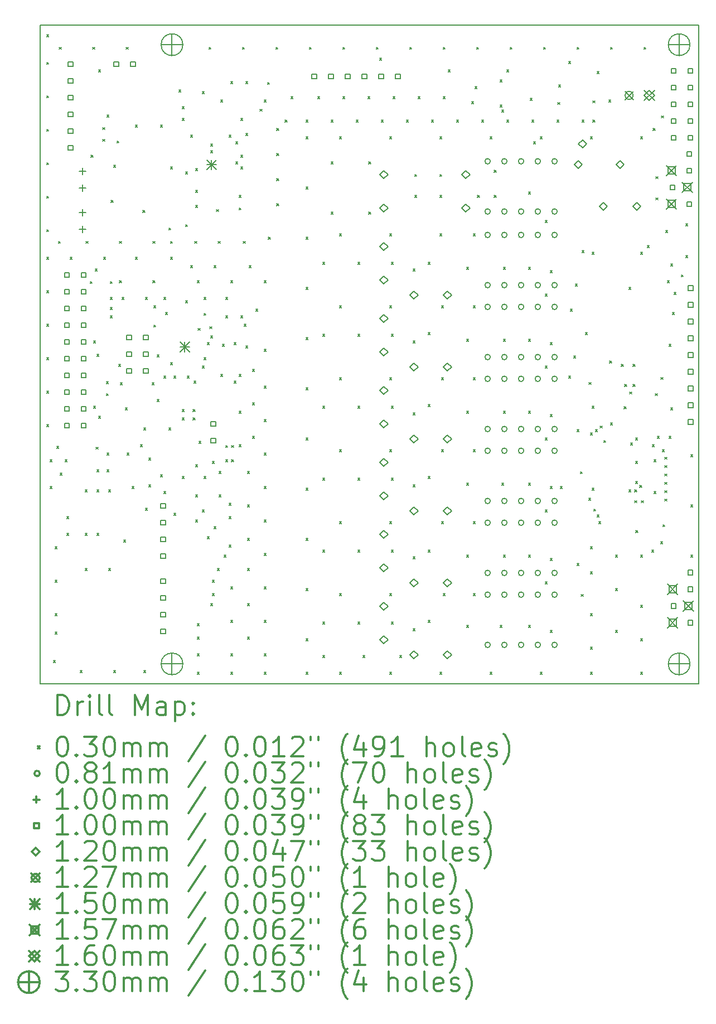
<source format=gbr>
%FSLAX45Y45*%
G04 Gerber Fmt 4.5, Leading zero omitted, Abs format (unit mm)*
G04 Created by KiCad (PCBNEW 4.0.7) date 02/08/18 06:23:07*
%MOMM*%
%LPD*%
G01*
G04 APERTURE LIST*
%ADD10C,0.127000*%
%ADD11C,0.150000*%
%ADD12C,0.200000*%
%ADD13C,0.300000*%
G04 APERTURE END LIST*
D10*
D11*
X0Y0D02*
X9995000Y0D01*
X0Y-10000000D02*
X9995000Y-10000000D01*
X9995000Y0D02*
X9995000Y-10000000D01*
X0Y0D02*
X0Y-10000000D01*
D12*
X97000Y-150600D02*
X127000Y-180600D01*
X127000Y-150600D02*
X97000Y-180600D01*
X97000Y-569700D02*
X127000Y-599700D01*
X127000Y-569700D02*
X97000Y-599700D01*
X97000Y-1077700D02*
X127000Y-1107700D01*
X127000Y-1077700D02*
X97000Y-1107700D01*
X97000Y-1585700D02*
X127000Y-1615700D01*
X127000Y-1585700D02*
X97000Y-1615700D01*
X97000Y-2093700D02*
X127000Y-2123700D01*
X127000Y-2093700D02*
X97000Y-2123700D01*
X97000Y-2601700D02*
X127000Y-2631700D01*
X127000Y-2601700D02*
X97000Y-2631700D01*
X97000Y-3109700D02*
X127000Y-3139700D01*
X127000Y-3109700D02*
X97000Y-3139700D01*
X97000Y-3528800D02*
X127000Y-3558800D01*
X127000Y-3528800D02*
X97000Y-3558800D01*
X97000Y-4036800D02*
X127000Y-4066800D01*
X127000Y-4036800D02*
X97000Y-4066800D01*
X97000Y-4544800D02*
X127000Y-4574800D01*
X127000Y-4544800D02*
X97000Y-4574800D01*
X97000Y-5052800D02*
X127000Y-5082800D01*
X127000Y-5052800D02*
X97000Y-5082800D01*
X97000Y-5560800D02*
X127000Y-5590800D01*
X127000Y-5560800D02*
X97000Y-5590800D01*
X97000Y-6068800D02*
X127000Y-6098800D01*
X127000Y-6068800D02*
X97000Y-6098800D01*
X147800Y-6602200D02*
X177800Y-6632200D01*
X177800Y-6602200D02*
X147800Y-6632200D01*
X147800Y-7008600D02*
X177800Y-7038600D01*
X177800Y-7008600D02*
X147800Y-7038600D01*
X198600Y-9650200D02*
X228600Y-9680200D01*
X228600Y-9650200D02*
X198600Y-9680200D01*
X224000Y-7923000D02*
X254000Y-7953000D01*
X254000Y-7923000D02*
X224000Y-7953000D01*
X224000Y-8431000D02*
X254000Y-8461000D01*
X254000Y-8431000D02*
X224000Y-8461000D01*
X224000Y-8939000D02*
X254000Y-8969000D01*
X254000Y-8939000D02*
X224000Y-8969000D01*
X224000Y-9218400D02*
X254000Y-9248400D01*
X254000Y-9218400D02*
X224000Y-9248400D01*
X249400Y-6399000D02*
X279400Y-6429000D01*
X279400Y-6399000D02*
X249400Y-6429000D01*
X274800Y-3287500D02*
X304800Y-3317500D01*
X304800Y-3287500D02*
X274800Y-3317500D01*
X287500Y-341100D02*
X317500Y-371100D01*
X317500Y-341100D02*
X287500Y-371100D01*
X300200Y-6805400D02*
X330200Y-6835400D01*
X330200Y-6805400D02*
X300200Y-6835400D01*
X376400Y-6602200D02*
X406400Y-6632200D01*
X406400Y-6602200D02*
X376400Y-6632200D01*
X401800Y-7465800D02*
X431800Y-7495800D01*
X431800Y-7465800D02*
X401800Y-7495800D01*
X401800Y-7719800D02*
X431800Y-7749800D01*
X431800Y-7719800D02*
X401800Y-7749800D01*
X452600Y-3528800D02*
X482600Y-3558800D01*
X482600Y-3528800D02*
X452600Y-3558800D01*
X605000Y-9802600D02*
X635000Y-9832600D01*
X635000Y-9802600D02*
X605000Y-9832600D01*
X681200Y-7059400D02*
X711200Y-7089400D01*
X711200Y-7059400D02*
X681200Y-7089400D01*
X681200Y-7719800D02*
X711200Y-7749800D01*
X711200Y-7719800D02*
X681200Y-7749800D01*
X681200Y-8253200D02*
X711200Y-8283200D01*
X711200Y-8253200D02*
X681200Y-8283200D01*
X693900Y-3287500D02*
X723900Y-3317500D01*
X723900Y-3287500D02*
X693900Y-3317500D01*
X757400Y-3897100D02*
X787400Y-3927100D01*
X787400Y-3897100D02*
X757400Y-3927100D01*
X770100Y-1979400D02*
X800100Y-2009400D01*
X800100Y-1979400D02*
X770100Y-2009400D01*
X795500Y-341100D02*
X825500Y-371100D01*
X825500Y-341100D02*
X795500Y-371100D01*
X808200Y-4798800D02*
X838200Y-4828800D01*
X838200Y-4798800D02*
X808200Y-4828800D01*
X808200Y-5789400D02*
X838200Y-5819400D01*
X838200Y-5789400D02*
X808200Y-5819400D01*
X833600Y-3706600D02*
X863600Y-3736600D01*
X863600Y-3706600D02*
X833600Y-3736600D01*
X846300Y-6411700D02*
X876300Y-6441700D01*
X876300Y-6411700D02*
X846300Y-6441700D01*
X859000Y-5002000D02*
X889000Y-5032000D01*
X889000Y-5002000D02*
X859000Y-5032000D01*
X859000Y-6754600D02*
X889000Y-6784600D01*
X889000Y-6754600D02*
X859000Y-6784600D01*
X859000Y-7059400D02*
X889000Y-7089400D01*
X889000Y-7059400D02*
X859000Y-7089400D01*
X859000Y-7719800D02*
X889000Y-7749800D01*
X889000Y-7719800D02*
X859000Y-7749800D01*
X884400Y-684000D02*
X914400Y-714000D01*
X914400Y-684000D02*
X884400Y-714000D01*
X884400Y-5941800D02*
X914400Y-5971800D01*
X914400Y-5941800D02*
X884400Y-5971800D01*
X947900Y-1560300D02*
X977900Y-1590300D01*
X977900Y-1560300D02*
X947900Y-1590300D01*
X947900Y-1738100D02*
X977900Y-1768100D01*
X977900Y-1738100D02*
X947900Y-1768100D01*
X960600Y-3528800D02*
X990600Y-3558800D01*
X990600Y-3528800D02*
X960600Y-3558800D01*
X1005050Y-5414750D02*
X1035050Y-5444750D01*
X1035050Y-5414750D02*
X1005050Y-5444750D01*
X1005050Y-5598900D02*
X1035050Y-5628900D01*
X1035050Y-5598900D02*
X1005050Y-5628900D01*
X1011400Y-1369800D02*
X1041400Y-1399800D01*
X1041400Y-1369800D02*
X1011400Y-1399800D01*
X1011400Y-6500600D02*
X1041400Y-6530600D01*
X1041400Y-6500600D02*
X1011400Y-6530600D01*
X1011400Y-6754600D02*
X1041400Y-6784600D01*
X1041400Y-6754600D02*
X1011400Y-6784600D01*
X1036800Y-7059400D02*
X1066800Y-7089400D01*
X1066800Y-7059400D02*
X1036800Y-7089400D01*
X1036800Y-8253200D02*
X1066800Y-8283200D01*
X1066800Y-8253200D02*
X1036800Y-8283200D01*
X1062200Y-3897100D02*
X1092200Y-3927100D01*
X1092200Y-3897100D02*
X1062200Y-3927100D01*
X1062200Y-4138400D02*
X1092200Y-4168400D01*
X1092200Y-4138400D02*
X1062200Y-4168400D01*
X1062200Y-4290800D02*
X1092200Y-4320800D01*
X1092200Y-4290800D02*
X1062200Y-4320800D01*
X1062200Y-4417800D02*
X1092200Y-4447800D01*
X1092200Y-4417800D02*
X1062200Y-4447800D01*
X1074900Y-2665200D02*
X1104900Y-2695200D01*
X1104900Y-2665200D02*
X1074900Y-2695200D01*
X1113000Y-2131800D02*
X1143000Y-2161800D01*
X1143000Y-2131800D02*
X1113000Y-2161800D01*
X1113000Y-9802600D02*
X1143000Y-9832600D01*
X1143000Y-9802600D02*
X1113000Y-9832600D01*
X1163800Y-1763500D02*
X1193800Y-1793500D01*
X1193800Y-1763500D02*
X1163800Y-1793500D01*
X1189200Y-5154400D02*
X1219200Y-5184400D01*
X1219200Y-5154400D02*
X1189200Y-5184400D01*
X1201900Y-3287500D02*
X1231900Y-3317500D01*
X1231900Y-3287500D02*
X1201900Y-3317500D01*
X1201900Y-3884400D02*
X1231900Y-3914400D01*
X1231900Y-3884400D02*
X1201900Y-3914400D01*
X1214600Y-5433800D02*
X1244600Y-5463800D01*
X1244600Y-5433800D02*
X1214600Y-5463800D01*
X1240000Y-4138400D02*
X1270000Y-4168400D01*
X1270000Y-4138400D02*
X1240000Y-4168400D01*
X1265400Y-7821400D02*
X1295400Y-7851400D01*
X1295400Y-7821400D02*
X1265400Y-7851400D01*
X1290800Y-5814800D02*
X1320800Y-5844800D01*
X1320800Y-5814800D02*
X1290800Y-5844800D01*
X1303500Y-341100D02*
X1333500Y-371100D01*
X1333500Y-341100D02*
X1303500Y-371100D01*
X1316200Y-6500600D02*
X1346200Y-6530600D01*
X1346200Y-6500600D02*
X1316200Y-6530600D01*
X1392400Y-7008600D02*
X1422400Y-7038600D01*
X1422400Y-7008600D02*
X1392400Y-7038600D01*
X1443200Y-1522200D02*
X1473200Y-1552200D01*
X1473200Y-1522200D02*
X1443200Y-1552200D01*
X1443200Y-3528800D02*
X1473200Y-3558800D01*
X1473200Y-3528800D02*
X1443200Y-3558800D01*
X1519400Y-6373600D02*
X1549400Y-6403600D01*
X1549400Y-6373600D02*
X1519400Y-6403600D01*
X1557500Y-2817600D02*
X1587500Y-2847600D01*
X1587500Y-2817600D02*
X1557500Y-2847600D01*
X1570200Y-6119600D02*
X1600200Y-6149600D01*
X1600200Y-6119600D02*
X1570200Y-6149600D01*
X1570200Y-9802600D02*
X1600200Y-9832600D01*
X1600200Y-9802600D02*
X1570200Y-9832600D01*
X1595600Y-4138400D02*
X1625600Y-4168400D01*
X1625600Y-4138400D02*
X1595600Y-4168400D01*
X1595600Y-7338800D02*
X1625600Y-7368800D01*
X1625600Y-7338800D02*
X1595600Y-7368800D01*
X1646400Y-6576800D02*
X1676400Y-6606800D01*
X1676400Y-6576800D02*
X1646400Y-6606800D01*
X1646400Y-6983200D02*
X1676400Y-7013200D01*
X1676400Y-6983200D02*
X1646400Y-7013200D01*
X1697200Y-5433800D02*
X1727200Y-5463800D01*
X1727200Y-5433800D02*
X1697200Y-5463800D01*
X1709900Y-3287500D02*
X1739900Y-3317500D01*
X1739900Y-3287500D02*
X1709900Y-3317500D01*
X1709900Y-3884400D02*
X1739900Y-3914400D01*
X1739900Y-3884400D02*
X1709900Y-3914400D01*
X1722600Y-4265400D02*
X1752600Y-4295400D01*
X1752600Y-4265400D02*
X1722600Y-4295400D01*
X1722600Y-4557500D02*
X1752600Y-4587500D01*
X1752600Y-4557500D02*
X1722600Y-4587500D01*
X1773400Y-5008350D02*
X1803400Y-5038350D01*
X1803400Y-5008350D02*
X1773400Y-5038350D01*
X1773400Y-5687800D02*
X1803400Y-5717800D01*
X1803400Y-5687800D02*
X1773400Y-5717800D01*
X1824200Y-1522200D02*
X1854200Y-1552200D01*
X1854200Y-1522200D02*
X1824200Y-1552200D01*
X1824200Y-6830800D02*
X1854200Y-6860800D01*
X1854200Y-6830800D02*
X1824200Y-6860800D01*
X1875000Y-4138400D02*
X1905000Y-4168400D01*
X1905000Y-4138400D02*
X1875000Y-4168400D01*
X1875000Y-5332200D02*
X1905000Y-5362200D01*
X1905000Y-5332200D02*
X1875000Y-5362200D01*
X1875000Y-7084800D02*
X1905000Y-7114800D01*
X1905000Y-7084800D02*
X1875000Y-7114800D01*
X1900400Y-4367000D02*
X1930400Y-4397000D01*
X1930400Y-4367000D02*
X1900400Y-4397000D01*
X1951200Y-3084300D02*
X1981200Y-3114300D01*
X1981200Y-3084300D02*
X1951200Y-3114300D01*
X1951200Y-6119600D02*
X1981200Y-6149600D01*
X1981200Y-6119600D02*
X1951200Y-6149600D01*
X1976600Y-2157200D02*
X2006600Y-2187200D01*
X2006600Y-2157200D02*
X1976600Y-2187200D01*
X1976600Y-3287500D02*
X2006600Y-3317500D01*
X2006600Y-3287500D02*
X1976600Y-3317500D01*
X1976600Y-3528800D02*
X2006600Y-3558800D01*
X2006600Y-3528800D02*
X1976600Y-3558800D01*
X1976600Y-5129000D02*
X2006600Y-5159000D01*
X2006600Y-5129000D02*
X1976600Y-5159000D01*
X2027400Y-5332200D02*
X2057400Y-5362200D01*
X2057400Y-5332200D02*
X2027400Y-5362200D01*
X2027400Y-7415000D02*
X2057400Y-7445000D01*
X2057400Y-7415000D02*
X2027400Y-7445000D01*
X2103600Y-988800D02*
X2133600Y-1018800D01*
X2133600Y-988800D02*
X2103600Y-1018800D01*
X2154400Y-1242800D02*
X2184400Y-1272800D01*
X2184400Y-1242800D02*
X2154400Y-1272800D01*
X2154400Y-1420600D02*
X2184400Y-1450600D01*
X2184400Y-1420600D02*
X2154400Y-1450600D01*
X2154400Y-5840200D02*
X2184400Y-5870200D01*
X2184400Y-5840200D02*
X2154400Y-5870200D01*
X2154400Y-5967200D02*
X2184400Y-5997200D01*
X2184400Y-5967200D02*
X2154400Y-5997200D01*
X2154400Y-6856200D02*
X2184400Y-6886200D01*
X2184400Y-6856200D02*
X2154400Y-6886200D01*
X2205200Y-2233400D02*
X2235200Y-2263400D01*
X2235200Y-2233400D02*
X2205200Y-2263400D01*
X2205200Y-3033500D02*
X2235200Y-3063500D01*
X2235200Y-3033500D02*
X2205200Y-3063500D01*
X2205200Y-4189200D02*
X2235200Y-4219200D01*
X2235200Y-4189200D02*
X2205200Y-4219200D01*
X2230600Y-5332200D02*
X2260600Y-5362200D01*
X2260600Y-5332200D02*
X2230600Y-5362200D01*
X2281400Y-1674600D02*
X2311400Y-1704600D01*
X2311400Y-1674600D02*
X2281400Y-1704600D01*
X2281400Y-3655800D02*
X2311400Y-3685800D01*
X2311400Y-3655800D02*
X2281400Y-3685800D01*
X2319500Y-5840200D02*
X2349500Y-5870200D01*
X2349500Y-5840200D02*
X2319500Y-5870200D01*
X2319500Y-5967200D02*
X2349500Y-5997200D01*
X2349500Y-5967200D02*
X2319500Y-5997200D01*
X2332200Y-5408400D02*
X2362200Y-5438400D01*
X2362200Y-5408400D02*
X2332200Y-5438400D01*
X2344900Y-3287500D02*
X2374900Y-3317500D01*
X2374900Y-3287500D02*
X2344900Y-3317500D01*
X2357600Y-2182600D02*
X2387600Y-2212600D01*
X2387600Y-2182600D02*
X2357600Y-2212600D01*
X2357600Y-2512800D02*
X2387600Y-2542800D01*
X2387600Y-2512800D02*
X2357600Y-2542800D01*
X2357600Y-2741400D02*
X2387600Y-2771400D01*
X2387600Y-2741400D02*
X2357600Y-2771400D01*
X2357600Y-6678400D02*
X2387600Y-6708400D01*
X2387600Y-6678400D02*
X2357600Y-6708400D01*
X2357600Y-7135600D02*
X2387600Y-7165600D01*
X2387600Y-7135600D02*
X2357600Y-7165600D01*
X2357600Y-7516600D02*
X2387600Y-7546600D01*
X2387600Y-7516600D02*
X2357600Y-7546600D01*
X2383000Y-3884400D02*
X2413000Y-3914400D01*
X2413000Y-3884400D02*
X2383000Y-3914400D01*
X2383000Y-9091400D02*
X2413000Y-9121400D01*
X2413000Y-9091400D02*
X2383000Y-9121400D01*
X2383000Y-9294600D02*
X2413000Y-9324600D01*
X2413000Y-9294600D02*
X2383000Y-9324600D01*
X2383000Y-9548600D02*
X2413000Y-9578600D01*
X2413000Y-9548600D02*
X2383000Y-9578600D01*
X2383000Y-9828000D02*
X2413000Y-9858000D01*
X2413000Y-9828000D02*
X2383000Y-9858000D01*
X2395700Y-4608300D02*
X2425700Y-4638300D01*
X2425700Y-4608300D02*
X2395700Y-4638300D01*
X2408400Y-6322800D02*
X2438400Y-6352800D01*
X2438400Y-6322800D02*
X2408400Y-6352800D01*
X2459200Y-1014200D02*
X2489200Y-1044200D01*
X2489200Y-1014200D02*
X2459200Y-1044200D01*
X2459200Y-5179800D02*
X2489200Y-5209800D01*
X2489200Y-5179800D02*
X2459200Y-5209800D01*
X2459200Y-7364200D02*
X2489200Y-7394200D01*
X2489200Y-7364200D02*
X2459200Y-7394200D01*
X2484600Y-4138400D02*
X2514600Y-4168400D01*
X2514600Y-4138400D02*
X2484600Y-4168400D01*
X2484600Y-4379700D02*
X2514600Y-4409700D01*
X2514600Y-4379700D02*
X2484600Y-4409700D01*
X2484600Y-5052800D02*
X2514600Y-5082800D01*
X2514600Y-5052800D02*
X2484600Y-5082800D01*
X2484600Y-6856200D02*
X2514600Y-6886200D01*
X2514600Y-6856200D02*
X2484600Y-6886200D01*
X2535400Y-4824200D02*
X2565400Y-4854200D01*
X2565400Y-4824200D02*
X2535400Y-4854200D01*
X2535400Y-7770600D02*
X2565400Y-7800600D01*
X2565400Y-7770600D02*
X2535400Y-7800600D01*
X2560800Y-341100D02*
X2590800Y-371100D01*
X2590800Y-341100D02*
X2560800Y-371100D01*
X2573500Y-4582900D02*
X2603500Y-4612900D01*
X2603500Y-4582900D02*
X2573500Y-4612900D01*
X2586200Y-1808600D02*
X2616200Y-1838600D01*
X2616200Y-1808600D02*
X2586200Y-1838600D01*
X2586200Y-1908600D02*
X2616200Y-1938600D01*
X2616200Y-1908600D02*
X2586200Y-1938600D01*
X2586200Y-4722600D02*
X2616200Y-4752600D01*
X2616200Y-4722600D02*
X2586200Y-4752600D01*
X2586200Y-8786600D02*
X2616200Y-8816600D01*
X2616200Y-8786600D02*
X2586200Y-8816600D01*
X2611600Y-6627600D02*
X2641600Y-6657600D01*
X2641600Y-6627600D02*
X2611600Y-6657600D01*
X2611600Y-8431000D02*
X2641600Y-8461000D01*
X2641600Y-8431000D02*
X2611600Y-8461000D01*
X2611600Y-8634200D02*
X2641600Y-8664200D01*
X2641600Y-8634200D02*
X2611600Y-8664200D01*
X2637000Y-3655800D02*
X2667000Y-3685800D01*
X2667000Y-3655800D02*
X2637000Y-3685800D01*
X2637000Y-7618200D02*
X2667000Y-7648200D01*
X2667000Y-7618200D02*
X2637000Y-7648200D01*
X2675100Y-2804900D02*
X2705100Y-2834900D01*
X2705100Y-2804900D02*
X2675100Y-2834900D01*
X2687800Y-8253200D02*
X2717800Y-8283200D01*
X2717800Y-8253200D02*
X2687800Y-8283200D01*
X2700500Y-3287500D02*
X2730500Y-3317500D01*
X2730500Y-3287500D02*
X2700500Y-3317500D01*
X2713200Y-6780000D02*
X2743200Y-6810000D01*
X2743200Y-6780000D02*
X2713200Y-6810000D01*
X2713200Y-7135600D02*
X2743200Y-7165600D01*
X2743200Y-7135600D02*
X2713200Y-7165600D01*
X2738600Y-1141200D02*
X2768600Y-1171200D01*
X2768600Y-1141200D02*
X2738600Y-1171200D01*
X2738600Y-5306800D02*
X2768600Y-5336800D01*
X2768600Y-5306800D02*
X2738600Y-5336800D01*
X2764000Y-4849600D02*
X2794000Y-4879600D01*
X2794000Y-4849600D02*
X2764000Y-4879600D01*
X2789400Y-8050000D02*
X2819400Y-8080000D01*
X2819400Y-8050000D02*
X2789400Y-8080000D01*
X2814800Y-4138400D02*
X2844800Y-4168400D01*
X2844800Y-4138400D02*
X2814800Y-4168400D01*
X2814800Y-4417800D02*
X2844800Y-4447800D01*
X2844800Y-4417800D02*
X2814800Y-4447800D01*
X2814800Y-6386300D02*
X2844800Y-6416300D01*
X2844800Y-6386300D02*
X2814800Y-6416300D01*
X2814800Y-6602200D02*
X2844800Y-6632200D01*
X2844800Y-6602200D02*
X2814800Y-6632200D01*
X2865600Y-1674600D02*
X2895600Y-1704600D01*
X2895600Y-1674600D02*
X2865600Y-1704600D01*
X2865600Y-7262600D02*
X2895600Y-7292600D01*
X2895600Y-7262600D02*
X2865600Y-7292600D01*
X2865600Y-7465800D02*
X2895600Y-7495800D01*
X2895600Y-7465800D02*
X2865600Y-7495800D01*
X2865600Y-7897600D02*
X2895600Y-7927600D01*
X2895600Y-7897600D02*
X2865600Y-7927600D01*
X2891000Y-861800D02*
X2921000Y-891800D01*
X2921000Y-861800D02*
X2891000Y-891800D01*
X2891000Y-3884400D02*
X2921000Y-3914400D01*
X2921000Y-3884400D02*
X2891000Y-3914400D01*
X2891000Y-8532600D02*
X2921000Y-8562600D01*
X2921000Y-8532600D02*
X2891000Y-8562600D01*
X2891000Y-9040600D02*
X2921000Y-9070600D01*
X2921000Y-9040600D02*
X2891000Y-9070600D01*
X2891000Y-9548600D02*
X2921000Y-9578600D01*
X2921000Y-9548600D02*
X2891000Y-9578600D01*
X2891000Y-9828000D02*
X2921000Y-9858000D01*
X2921000Y-9828000D02*
X2891000Y-9858000D01*
X2903700Y-6386300D02*
X2933700Y-6416300D01*
X2933700Y-6386300D02*
X2903700Y-6416300D01*
X2903700Y-6602200D02*
X2933700Y-6632200D01*
X2933700Y-6602200D02*
X2903700Y-6632200D01*
X2941800Y-4824200D02*
X2971800Y-4854200D01*
X2971800Y-4824200D02*
X2941800Y-4854200D01*
X2941800Y-5408400D02*
X2971800Y-5438400D01*
X2971800Y-5408400D02*
X2941800Y-5438400D01*
X2967200Y-1776200D02*
X2997200Y-1806200D01*
X2997200Y-1776200D02*
X2967200Y-1806200D01*
X2967200Y-2081000D02*
X2997200Y-2111000D01*
X2997200Y-2081000D02*
X2967200Y-2111000D01*
X3018000Y-2589000D02*
X3048000Y-2619000D01*
X3048000Y-2589000D02*
X3018000Y-2619000D01*
X3018000Y-2779500D02*
X3048000Y-2809500D01*
X3048000Y-2779500D02*
X3018000Y-2809500D01*
X3018000Y-5306800D02*
X3048000Y-5336800D01*
X3048000Y-5306800D02*
X3018000Y-5336800D01*
X3018000Y-5865600D02*
X3048000Y-5895600D01*
X3048000Y-5865600D02*
X3018000Y-5895600D01*
X3018000Y-6373600D02*
X3048000Y-6403600D01*
X3048000Y-6373600D02*
X3018000Y-6403600D01*
X3043400Y-1420600D02*
X3073400Y-1450600D01*
X3073400Y-1420600D02*
X3043400Y-1450600D01*
X3043400Y-1979400D02*
X3073400Y-2009400D01*
X3073400Y-1979400D02*
X3043400Y-2009400D01*
X3043400Y-2157200D02*
X3073400Y-2187200D01*
X3073400Y-2157200D02*
X3043400Y-2187200D01*
X3043400Y-4417800D02*
X3073400Y-4447800D01*
X3073400Y-4417800D02*
X3043400Y-4447800D01*
X3068800Y-341100D02*
X3098800Y-371100D01*
X3098800Y-341100D02*
X3068800Y-371100D01*
X3081500Y-3287500D02*
X3111500Y-3317500D01*
X3111500Y-3287500D02*
X3081500Y-3317500D01*
X3094200Y-4544800D02*
X3124200Y-4574800D01*
X3124200Y-4544800D02*
X3094200Y-4574800D01*
X3119600Y-861800D02*
X3149600Y-891800D01*
X3149600Y-861800D02*
X3119600Y-891800D01*
X3119600Y-1649200D02*
X3149600Y-1679200D01*
X3149600Y-1649200D02*
X3119600Y-1679200D01*
X3119600Y-4875000D02*
X3149600Y-4905000D01*
X3149600Y-4875000D02*
X3119600Y-4905000D01*
X3145000Y-6780000D02*
X3175000Y-6810000D01*
X3175000Y-6780000D02*
X3145000Y-6810000D01*
X3145000Y-7288000D02*
X3175000Y-7318000D01*
X3175000Y-7288000D02*
X3145000Y-7318000D01*
X3145000Y-7796000D02*
X3175000Y-7826000D01*
X3175000Y-7796000D02*
X3145000Y-7826000D01*
X3145000Y-8253200D02*
X3175000Y-8283200D01*
X3175000Y-8253200D02*
X3145000Y-8283200D01*
X3145000Y-8786600D02*
X3175000Y-8816600D01*
X3175000Y-8786600D02*
X3145000Y-8816600D01*
X3145000Y-9294600D02*
X3175000Y-9324600D01*
X3175000Y-9294600D02*
X3145000Y-9324600D01*
X3170400Y-3655800D02*
X3200400Y-3685800D01*
X3200400Y-3655800D02*
X3170400Y-3685800D01*
X3221200Y-5230600D02*
X3251200Y-5260600D01*
X3251200Y-5230600D02*
X3221200Y-5260600D01*
X3221200Y-5738600D02*
X3251200Y-5768600D01*
X3251200Y-5738600D02*
X3221200Y-5768600D01*
X3221200Y-6246600D02*
X3251200Y-6276600D01*
X3251200Y-6246600D02*
X3221200Y-6276600D01*
X3272000Y-4316200D02*
X3302000Y-4346200D01*
X3302000Y-4316200D02*
X3272000Y-4346200D01*
X3335500Y-1280900D02*
X3365500Y-1310900D01*
X3365500Y-1280900D02*
X3335500Y-1310900D01*
X3399000Y-1141200D02*
X3429000Y-1171200D01*
X3429000Y-1141200D02*
X3399000Y-1171200D01*
X3399000Y-3884400D02*
X3429000Y-3914400D01*
X3429000Y-3884400D02*
X3399000Y-3914400D01*
X3399000Y-4925800D02*
X3429000Y-4955800D01*
X3429000Y-4925800D02*
X3399000Y-4955800D01*
X3399000Y-5484600D02*
X3429000Y-5514600D01*
X3429000Y-5484600D02*
X3399000Y-5514600D01*
X3399000Y-5992600D02*
X3429000Y-6022600D01*
X3429000Y-5992600D02*
X3399000Y-6022600D01*
X3399000Y-6500600D02*
X3429000Y-6530600D01*
X3429000Y-6500600D02*
X3399000Y-6530600D01*
X3399000Y-7008600D02*
X3429000Y-7038600D01*
X3429000Y-7008600D02*
X3399000Y-7038600D01*
X3399000Y-7516600D02*
X3429000Y-7546600D01*
X3429000Y-7516600D02*
X3399000Y-7546600D01*
X3399000Y-8024600D02*
X3429000Y-8054600D01*
X3429000Y-8024600D02*
X3399000Y-8054600D01*
X3399000Y-8532600D02*
X3429000Y-8562600D01*
X3429000Y-8532600D02*
X3399000Y-8562600D01*
X3399000Y-9040600D02*
X3429000Y-9070600D01*
X3429000Y-9040600D02*
X3399000Y-9070600D01*
X3399000Y-9548600D02*
X3429000Y-9578600D01*
X3429000Y-9548600D02*
X3399000Y-9578600D01*
X3399000Y-9828000D02*
X3429000Y-9858000D01*
X3429000Y-9828000D02*
X3399000Y-9858000D01*
X3449800Y-874500D02*
X3479800Y-904500D01*
X3479800Y-874500D02*
X3449800Y-904500D01*
X3462500Y-3224000D02*
X3492500Y-3254000D01*
X3492500Y-3224000D02*
X3462500Y-3254000D01*
X3576800Y-341100D02*
X3606800Y-371100D01*
X3606800Y-341100D02*
X3576800Y-371100D01*
X3589500Y-1573000D02*
X3619500Y-1603000D01*
X3619500Y-1573000D02*
X3589500Y-1603000D01*
X3589500Y-1954000D02*
X3619500Y-1984000D01*
X3619500Y-1954000D02*
X3589500Y-1984000D01*
X3589500Y-2335000D02*
X3619500Y-2365000D01*
X3619500Y-2335000D02*
X3589500Y-2365000D01*
X3589500Y-2716000D02*
X3619500Y-2746000D01*
X3619500Y-2716000D02*
X3589500Y-2746000D01*
X3716500Y-1446000D02*
X3746500Y-1476000D01*
X3746500Y-1446000D02*
X3716500Y-1476000D01*
X3805400Y-1090400D02*
X3835400Y-1120400D01*
X3835400Y-1090400D02*
X3805400Y-1120400D01*
X4034000Y-1446000D02*
X4064000Y-1476000D01*
X4064000Y-1446000D02*
X4034000Y-1476000D01*
X4034000Y-1700000D02*
X4064000Y-1730000D01*
X4064000Y-1700000D02*
X4034000Y-1730000D01*
X4034000Y-2462000D02*
X4064000Y-2492000D01*
X4064000Y-2462000D02*
X4034000Y-2492000D01*
X4034000Y-3224000D02*
X4064000Y-3254000D01*
X4064000Y-3224000D02*
X4034000Y-3254000D01*
X4034000Y-3986000D02*
X4064000Y-4016000D01*
X4064000Y-3986000D02*
X4034000Y-4016000D01*
X4034000Y-4748000D02*
X4064000Y-4778000D01*
X4064000Y-4748000D02*
X4034000Y-4778000D01*
X4034000Y-5510000D02*
X4064000Y-5540000D01*
X4064000Y-5510000D02*
X4034000Y-5540000D01*
X4034000Y-6272000D02*
X4064000Y-6302000D01*
X4064000Y-6272000D02*
X4034000Y-6302000D01*
X4034000Y-7034000D02*
X4064000Y-7064000D01*
X4064000Y-7034000D02*
X4034000Y-7064000D01*
X4034000Y-7796000D02*
X4064000Y-7826000D01*
X4064000Y-7796000D02*
X4034000Y-7826000D01*
X4034000Y-8558000D02*
X4064000Y-8588000D01*
X4064000Y-8558000D02*
X4034000Y-8588000D01*
X4034000Y-9320000D02*
X4064000Y-9350000D01*
X4064000Y-9320000D02*
X4034000Y-9350000D01*
X4034000Y-9828000D02*
X4064000Y-9858000D01*
X4064000Y-9828000D02*
X4034000Y-9858000D01*
X4084800Y-341100D02*
X4114800Y-371100D01*
X4114800Y-341100D02*
X4084800Y-371100D01*
X4211800Y-1090400D02*
X4241800Y-1120400D01*
X4241800Y-1090400D02*
X4211800Y-1120400D01*
X4288000Y-3605000D02*
X4318000Y-3635000D01*
X4318000Y-3605000D02*
X4288000Y-3635000D01*
X4288000Y-4697200D02*
X4318000Y-4727200D01*
X4318000Y-4697200D02*
X4288000Y-4727200D01*
X4288000Y-5789400D02*
X4318000Y-5819400D01*
X4318000Y-5789400D02*
X4288000Y-5819400D01*
X4288000Y-6881600D02*
X4318000Y-6911600D01*
X4318000Y-6881600D02*
X4288000Y-6911600D01*
X4288000Y-7973800D02*
X4318000Y-8003800D01*
X4318000Y-7973800D02*
X4288000Y-8003800D01*
X4288000Y-9066000D02*
X4318000Y-9096000D01*
X4318000Y-9066000D02*
X4288000Y-9096000D01*
X4288000Y-9574000D02*
X4318000Y-9604000D01*
X4318000Y-9574000D02*
X4288000Y-9604000D01*
X4415000Y-1446000D02*
X4445000Y-1476000D01*
X4445000Y-1446000D02*
X4415000Y-1476000D01*
X4415000Y-2081000D02*
X4445000Y-2111000D01*
X4445000Y-2081000D02*
X4415000Y-2111000D01*
X4415000Y-2843000D02*
X4445000Y-2873000D01*
X4445000Y-2843000D02*
X4415000Y-2873000D01*
X4542000Y-1700000D02*
X4572000Y-1730000D01*
X4572000Y-1700000D02*
X4542000Y-1730000D01*
X4542000Y-3173200D02*
X4572000Y-3203200D01*
X4572000Y-3173200D02*
X4542000Y-3203200D01*
X4542000Y-4265400D02*
X4572000Y-4295400D01*
X4572000Y-4265400D02*
X4542000Y-4295400D01*
X4542000Y-5357600D02*
X4572000Y-5387600D01*
X4572000Y-5357600D02*
X4542000Y-5387600D01*
X4542000Y-6449800D02*
X4572000Y-6479800D01*
X4572000Y-6449800D02*
X4542000Y-6479800D01*
X4542000Y-7542000D02*
X4572000Y-7572000D01*
X4572000Y-7542000D02*
X4542000Y-7572000D01*
X4542000Y-8634200D02*
X4572000Y-8664200D01*
X4572000Y-8634200D02*
X4542000Y-8664200D01*
X4542000Y-9828000D02*
X4572000Y-9858000D01*
X4572000Y-9828000D02*
X4542000Y-9858000D01*
X4592800Y-341100D02*
X4622800Y-371100D01*
X4622800Y-341100D02*
X4592800Y-371100D01*
X4592800Y-1090400D02*
X4622800Y-1120400D01*
X4622800Y-1090400D02*
X4592800Y-1120400D01*
X4796000Y-1446000D02*
X4826000Y-1476000D01*
X4826000Y-1446000D02*
X4796000Y-1476000D01*
X4821400Y-3605000D02*
X4851400Y-3635000D01*
X4851400Y-3605000D02*
X4821400Y-3635000D01*
X4821400Y-4697200D02*
X4851400Y-4727200D01*
X4851400Y-4697200D02*
X4821400Y-4727200D01*
X4821400Y-5789400D02*
X4851400Y-5819400D01*
X4851400Y-5789400D02*
X4821400Y-5819400D01*
X4821400Y-6881600D02*
X4851400Y-6911600D01*
X4851400Y-6881600D02*
X4821400Y-6911600D01*
X4821400Y-7973800D02*
X4851400Y-8003800D01*
X4851400Y-7973800D02*
X4821400Y-8003800D01*
X4821400Y-9066000D02*
X4851400Y-9096000D01*
X4851400Y-9066000D02*
X4821400Y-9096000D01*
X4897600Y-9574000D02*
X4927600Y-9604000D01*
X4927600Y-9574000D02*
X4897600Y-9604000D01*
X4973800Y-1090400D02*
X5003800Y-1120400D01*
X5003800Y-1090400D02*
X4973800Y-1120400D01*
X4986500Y-2081000D02*
X5016500Y-2111000D01*
X5016500Y-2081000D02*
X4986500Y-2111000D01*
X4986500Y-2843000D02*
X5016500Y-2873000D01*
X5016500Y-2843000D02*
X4986500Y-2873000D01*
X5100800Y-341100D02*
X5130800Y-371100D01*
X5130800Y-341100D02*
X5100800Y-371100D01*
X5151600Y-506200D02*
X5181600Y-536200D01*
X5181600Y-506200D02*
X5151600Y-536200D01*
X5177000Y-1446000D02*
X5207000Y-1476000D01*
X5207000Y-1446000D02*
X5177000Y-1476000D01*
X5304000Y-1700000D02*
X5334000Y-1730000D01*
X5334000Y-1700000D02*
X5304000Y-1730000D01*
X5304000Y-3173200D02*
X5334000Y-3203200D01*
X5334000Y-3173200D02*
X5304000Y-3203200D01*
X5304000Y-4265400D02*
X5334000Y-4295400D01*
X5334000Y-4265400D02*
X5304000Y-4295400D01*
X5304000Y-5357600D02*
X5334000Y-5387600D01*
X5334000Y-5357600D02*
X5304000Y-5387600D01*
X5304000Y-6449800D02*
X5334000Y-6479800D01*
X5334000Y-6449800D02*
X5304000Y-6479800D01*
X5304000Y-7542000D02*
X5334000Y-7572000D01*
X5334000Y-7542000D02*
X5304000Y-7572000D01*
X5304000Y-8634200D02*
X5334000Y-8664200D01*
X5334000Y-8634200D02*
X5304000Y-8664200D01*
X5304000Y-9828000D02*
X5334000Y-9858000D01*
X5334000Y-9828000D02*
X5304000Y-9858000D01*
X5329400Y-3605000D02*
X5359400Y-3635000D01*
X5359400Y-3605000D02*
X5329400Y-3635000D01*
X5329400Y-4697200D02*
X5359400Y-4727200D01*
X5359400Y-4697200D02*
X5329400Y-4727200D01*
X5329400Y-5789400D02*
X5359400Y-5819400D01*
X5359400Y-5789400D02*
X5329400Y-5819400D01*
X5329400Y-6881600D02*
X5359400Y-6911600D01*
X5359400Y-6881600D02*
X5329400Y-6911600D01*
X5329400Y-7973800D02*
X5359400Y-8003800D01*
X5359400Y-7973800D02*
X5329400Y-8003800D01*
X5329400Y-9066000D02*
X5359400Y-9096000D01*
X5359400Y-9066000D02*
X5329400Y-9096000D01*
X5354800Y-1090400D02*
X5384800Y-1120400D01*
X5384800Y-1090400D02*
X5354800Y-1120400D01*
X5456400Y-9574000D02*
X5486400Y-9604000D01*
X5486400Y-9574000D02*
X5456400Y-9604000D01*
X5558000Y-1446000D02*
X5588000Y-1476000D01*
X5588000Y-1446000D02*
X5558000Y-1476000D01*
X5608800Y-341100D02*
X5638800Y-371100D01*
X5638800Y-341100D02*
X5608800Y-371100D01*
X5659600Y-3706600D02*
X5689600Y-3736600D01*
X5689600Y-3706600D02*
X5659600Y-3736600D01*
X5659600Y-4798800D02*
X5689600Y-4828800D01*
X5689600Y-4798800D02*
X5659600Y-4828800D01*
X5659600Y-5891000D02*
X5689600Y-5921000D01*
X5689600Y-5891000D02*
X5659600Y-5921000D01*
X5659600Y-6983200D02*
X5689600Y-7013200D01*
X5689600Y-6983200D02*
X5659600Y-7013200D01*
X5659600Y-8075400D02*
X5689600Y-8105400D01*
X5689600Y-8075400D02*
X5659600Y-8105400D01*
X5659600Y-9167600D02*
X5689600Y-9197600D01*
X5689600Y-9167600D02*
X5659600Y-9197600D01*
X5685000Y-2271500D02*
X5715000Y-2301500D01*
X5715000Y-2271500D02*
X5685000Y-2301500D01*
X5685000Y-2589000D02*
X5715000Y-2619000D01*
X5715000Y-2589000D02*
X5685000Y-2619000D01*
X5735800Y-1090400D02*
X5765800Y-1120400D01*
X5765800Y-1090400D02*
X5735800Y-1120400D01*
X5888200Y-3605000D02*
X5918200Y-3635000D01*
X5918200Y-3605000D02*
X5888200Y-3635000D01*
X5888200Y-4671800D02*
X5918200Y-4701800D01*
X5918200Y-4671800D02*
X5888200Y-4701800D01*
X5888200Y-5764000D02*
X5918200Y-5794000D01*
X5918200Y-5764000D02*
X5888200Y-5794000D01*
X5888200Y-6856200D02*
X5918200Y-6886200D01*
X5918200Y-6856200D02*
X5888200Y-6886200D01*
X5888200Y-7973800D02*
X5918200Y-8003800D01*
X5918200Y-7973800D02*
X5888200Y-8003800D01*
X5888200Y-9040600D02*
X5918200Y-9070600D01*
X5918200Y-9040600D02*
X5888200Y-9070600D01*
X5939000Y-1446000D02*
X5969000Y-1476000D01*
X5969000Y-1446000D02*
X5939000Y-1476000D01*
X6066000Y-1700000D02*
X6096000Y-1730000D01*
X6096000Y-1700000D02*
X6066000Y-1730000D01*
X6066000Y-2271500D02*
X6096000Y-2301500D01*
X6096000Y-2271500D02*
X6066000Y-2301500D01*
X6066000Y-2589000D02*
X6096000Y-2619000D01*
X6096000Y-2589000D02*
X6066000Y-2619000D01*
X6066000Y-3173200D02*
X6096000Y-3203200D01*
X6096000Y-3173200D02*
X6066000Y-3203200D01*
X6066000Y-9828000D02*
X6096000Y-9858000D01*
X6096000Y-9828000D02*
X6066000Y-9858000D01*
X6091400Y-4265400D02*
X6121400Y-4295400D01*
X6121400Y-4265400D02*
X6091400Y-4295400D01*
X6091400Y-5357600D02*
X6121400Y-5387600D01*
X6121400Y-5357600D02*
X6091400Y-5387600D01*
X6091400Y-6449800D02*
X6121400Y-6479800D01*
X6121400Y-6449800D02*
X6091400Y-6479800D01*
X6091400Y-7542000D02*
X6121400Y-7572000D01*
X6121400Y-7542000D02*
X6091400Y-7572000D01*
X6116800Y-341100D02*
X6146800Y-371100D01*
X6146800Y-341100D02*
X6116800Y-371100D01*
X6116800Y-1090400D02*
X6146800Y-1120400D01*
X6146800Y-1090400D02*
X6116800Y-1120400D01*
X6116800Y-8634200D02*
X6146800Y-8664200D01*
X6146800Y-8634200D02*
X6116800Y-8664200D01*
X6193000Y-684000D02*
X6223000Y-714000D01*
X6223000Y-684000D02*
X6193000Y-714000D01*
X6320000Y-1446000D02*
X6350000Y-1476000D01*
X6350000Y-1446000D02*
X6320000Y-1476000D01*
X6472400Y-3681200D02*
X6502400Y-3711200D01*
X6502400Y-3681200D02*
X6472400Y-3711200D01*
X6472400Y-4773400D02*
X6502400Y-4803400D01*
X6502400Y-4773400D02*
X6472400Y-4803400D01*
X6472400Y-5865600D02*
X6502400Y-5895600D01*
X6502400Y-5865600D02*
X6472400Y-5895600D01*
X6472400Y-6957800D02*
X6502400Y-6987800D01*
X6502400Y-6957800D02*
X6472400Y-6987800D01*
X6472400Y-8050000D02*
X6502400Y-8080000D01*
X6502400Y-8050000D02*
X6472400Y-8080000D01*
X6472400Y-9116800D02*
X6502400Y-9146800D01*
X6502400Y-9116800D02*
X6472400Y-9146800D01*
X6548600Y-1166600D02*
X6578600Y-1196600D01*
X6578600Y-1166600D02*
X6548600Y-1196600D01*
X6574000Y-3173200D02*
X6604000Y-3203200D01*
X6604000Y-3173200D02*
X6574000Y-3203200D01*
X6574000Y-4265400D02*
X6604000Y-4295400D01*
X6604000Y-4265400D02*
X6574000Y-4295400D01*
X6574000Y-5357600D02*
X6604000Y-5387600D01*
X6604000Y-5357600D02*
X6574000Y-5387600D01*
X6574000Y-6449800D02*
X6604000Y-6479800D01*
X6604000Y-6449800D02*
X6574000Y-6479800D01*
X6574000Y-7542000D02*
X6604000Y-7572000D01*
X6604000Y-7542000D02*
X6574000Y-7572000D01*
X6574000Y-8634200D02*
X6604000Y-8664200D01*
X6604000Y-8634200D02*
X6574000Y-8664200D01*
X6599400Y-938000D02*
X6629400Y-968000D01*
X6629400Y-938000D02*
X6599400Y-968000D01*
X6624800Y-341100D02*
X6654800Y-371100D01*
X6654800Y-341100D02*
X6624800Y-371100D01*
X6637500Y-2589000D02*
X6667500Y-2619000D01*
X6667500Y-2589000D02*
X6637500Y-2619000D01*
X6701000Y-1446000D02*
X6731000Y-1476000D01*
X6731000Y-1446000D02*
X6701000Y-1476000D01*
X6828000Y-1700000D02*
X6858000Y-1730000D01*
X6858000Y-1700000D02*
X6828000Y-1730000D01*
X6828000Y-9828000D02*
X6858000Y-9858000D01*
X6858000Y-9828000D02*
X6828000Y-9858000D01*
X6891500Y-2208000D02*
X6921500Y-2238000D01*
X6921500Y-2208000D02*
X6891500Y-2238000D01*
X6891500Y-2589000D02*
X6921500Y-2619000D01*
X6921500Y-2589000D02*
X6891500Y-2619000D01*
X6980400Y-836400D02*
X7010400Y-866400D01*
X7010400Y-836400D02*
X6980400Y-866400D01*
X6980400Y-1217400D02*
X7010400Y-1247400D01*
X7010400Y-1217400D02*
X6980400Y-1247400D01*
X6980400Y-9116800D02*
X7010400Y-9146800D01*
X7010400Y-9116800D02*
X6980400Y-9146800D01*
X7005800Y-1293600D02*
X7035800Y-1323600D01*
X7035800Y-1293600D02*
X7005800Y-1323600D01*
X7005800Y-6957800D02*
X7035800Y-6987800D01*
X7035800Y-6957800D02*
X7005800Y-6987800D01*
X7031200Y-3681200D02*
X7061200Y-3711200D01*
X7061200Y-3681200D02*
X7031200Y-3711200D01*
X7031200Y-4773400D02*
X7061200Y-4803400D01*
X7061200Y-4773400D02*
X7031200Y-4803400D01*
X7031200Y-5865600D02*
X7061200Y-5895600D01*
X7061200Y-5865600D02*
X7031200Y-5895600D01*
X7031200Y-8050000D02*
X7061200Y-8080000D01*
X7061200Y-8050000D02*
X7031200Y-8080000D01*
X7082000Y-684000D02*
X7112000Y-714000D01*
X7112000Y-684000D02*
X7082000Y-714000D01*
X7082000Y-1446000D02*
X7112000Y-1476000D01*
X7112000Y-1446000D02*
X7082000Y-1476000D01*
X7132800Y-341100D02*
X7162800Y-371100D01*
X7162800Y-341100D02*
X7132800Y-371100D01*
X7412200Y-2538200D02*
X7442200Y-2568200D01*
X7442200Y-2538200D02*
X7412200Y-2568200D01*
X7412200Y-3681200D02*
X7442200Y-3711200D01*
X7442200Y-3681200D02*
X7412200Y-3711200D01*
X7412200Y-4773400D02*
X7442200Y-4803400D01*
X7442200Y-4773400D02*
X7412200Y-4803400D01*
X7412200Y-5865600D02*
X7442200Y-5895600D01*
X7442200Y-5865600D02*
X7412200Y-5895600D01*
X7412200Y-6957800D02*
X7442200Y-6987800D01*
X7442200Y-6957800D02*
X7412200Y-6987800D01*
X7412200Y-8050000D02*
X7442200Y-8080000D01*
X7442200Y-8050000D02*
X7412200Y-8080000D01*
X7412200Y-9116800D02*
X7442200Y-9146800D01*
X7442200Y-9116800D02*
X7412200Y-9146800D01*
X7437600Y-1115800D02*
X7467600Y-1145800D01*
X7467600Y-1115800D02*
X7437600Y-1145800D01*
X7463000Y-1446000D02*
X7493000Y-1476000D01*
X7493000Y-1446000D02*
X7463000Y-1476000D01*
X7488400Y-1776200D02*
X7518400Y-1806200D01*
X7518400Y-1776200D02*
X7488400Y-1806200D01*
X7590000Y-1700000D02*
X7620000Y-1730000D01*
X7620000Y-1700000D02*
X7590000Y-1730000D01*
X7590000Y-9828000D02*
X7620000Y-9858000D01*
X7620000Y-9828000D02*
X7590000Y-9858000D01*
X7640800Y-341100D02*
X7670800Y-371100D01*
X7670800Y-341100D02*
X7640800Y-371100D01*
X7666200Y-2970000D02*
X7696200Y-3000000D01*
X7696200Y-2970000D02*
X7666200Y-3000000D01*
X7666200Y-4087600D02*
X7696200Y-4117600D01*
X7696200Y-4087600D02*
X7666200Y-4117600D01*
X7666200Y-5179800D02*
X7696200Y-5209800D01*
X7696200Y-5179800D02*
X7666200Y-5209800D01*
X7666200Y-6272000D02*
X7696200Y-6302000D01*
X7696200Y-6272000D02*
X7666200Y-6302000D01*
X7666200Y-7364200D02*
X7696200Y-7394200D01*
X7696200Y-7364200D02*
X7666200Y-7394200D01*
X7666200Y-8456400D02*
X7696200Y-8486400D01*
X7696200Y-8456400D02*
X7666200Y-8486400D01*
X7742400Y-3732000D02*
X7772400Y-3762000D01*
X7772400Y-3732000D02*
X7742400Y-3762000D01*
X7742400Y-4824200D02*
X7772400Y-4854200D01*
X7772400Y-4824200D02*
X7742400Y-4854200D01*
X7742400Y-5916400D02*
X7772400Y-5946400D01*
X7772400Y-5916400D02*
X7742400Y-5946400D01*
X7742400Y-7008600D02*
X7772400Y-7038600D01*
X7772400Y-7008600D02*
X7742400Y-7038600D01*
X7742400Y-8100800D02*
X7772400Y-8130800D01*
X7772400Y-8100800D02*
X7742400Y-8130800D01*
X7742400Y-9193000D02*
X7772400Y-9223000D01*
X7772400Y-9193000D02*
X7742400Y-9223000D01*
X7844000Y-1446000D02*
X7874000Y-1476000D01*
X7874000Y-1446000D02*
X7844000Y-1476000D01*
X7856700Y-1179300D02*
X7886700Y-1209300D01*
X7886700Y-1179300D02*
X7856700Y-1209300D01*
X7869400Y-912600D02*
X7899400Y-942600D01*
X7899400Y-912600D02*
X7869400Y-942600D01*
X7894800Y-7008600D02*
X7924800Y-7038600D01*
X7924800Y-7008600D02*
X7894800Y-7038600D01*
X8021800Y-557000D02*
X8051800Y-587000D01*
X8051800Y-557000D02*
X8021800Y-587000D01*
X8021800Y-5332200D02*
X8051800Y-5362200D01*
X8051800Y-5332200D02*
X8021800Y-5362200D01*
X8047200Y-4316200D02*
X8077200Y-4346200D01*
X8077200Y-4316200D02*
X8047200Y-4346200D01*
X8098000Y-5027400D02*
X8128000Y-5057400D01*
X8128000Y-5027400D02*
X8098000Y-5057400D01*
X8123400Y-3935200D02*
X8153400Y-3965200D01*
X8153400Y-3935200D02*
X8123400Y-3965200D01*
X8148800Y-341100D02*
X8178800Y-371100D01*
X8178800Y-341100D02*
X8148800Y-371100D01*
X8148800Y-6145000D02*
X8178800Y-6175000D01*
X8178800Y-6145000D02*
X8148800Y-6175000D01*
X8148800Y-8177000D02*
X8178800Y-8207000D01*
X8178800Y-8177000D02*
X8148800Y-8207000D01*
X8200000Y-6782000D02*
X8230000Y-6812000D01*
X8230000Y-6782000D02*
X8200000Y-6812000D01*
X8212300Y-8646900D02*
X8242300Y-8676900D01*
X8242300Y-8646900D02*
X8212300Y-8676900D01*
X8225000Y-1446000D02*
X8255000Y-1476000D01*
X8255000Y-1446000D02*
X8225000Y-1476000D01*
X8225000Y-3427200D02*
X8255000Y-3457200D01*
X8255000Y-3427200D02*
X8225000Y-3457200D01*
X8275800Y-4671800D02*
X8305800Y-4701800D01*
X8305800Y-4671800D02*
X8275800Y-4701800D01*
X8326600Y-7186400D02*
X8356600Y-7216400D01*
X8356600Y-7186400D02*
X8326600Y-7216400D01*
X8331000Y-5426000D02*
X8361000Y-5456000D01*
X8361000Y-5426000D02*
X8331000Y-5456000D01*
X8352000Y-1700000D02*
X8382000Y-1730000D01*
X8382000Y-1700000D02*
X8352000Y-1730000D01*
X8352000Y-6195800D02*
X8382000Y-6225800D01*
X8382000Y-6195800D02*
X8352000Y-6225800D01*
X8352000Y-7923000D02*
X8382000Y-7953000D01*
X8382000Y-7923000D02*
X8352000Y-7953000D01*
X8352000Y-8304000D02*
X8382000Y-8334000D01*
X8382000Y-8304000D02*
X8352000Y-8334000D01*
X8352000Y-8939000D02*
X8382000Y-8969000D01*
X8382000Y-8939000D02*
X8352000Y-8969000D01*
X8352000Y-9447000D02*
X8382000Y-9477000D01*
X8382000Y-9447000D02*
X8352000Y-9477000D01*
X8352000Y-9828000D02*
X8382000Y-9858000D01*
X8382000Y-9828000D02*
X8352000Y-9858000D01*
X8377400Y-3452600D02*
X8407400Y-3482600D01*
X8407400Y-3452600D02*
X8377400Y-3482600D01*
X8377400Y-5789400D02*
X8407400Y-5819400D01*
X8407400Y-5789400D02*
X8377400Y-5819400D01*
X8377400Y-7034000D02*
X8407400Y-7064000D01*
X8407400Y-7034000D02*
X8377400Y-7064000D01*
X8390100Y-1153900D02*
X8420100Y-1183900D01*
X8420100Y-1153900D02*
X8390100Y-1183900D01*
X8390100Y-1446000D02*
X8420100Y-1476000D01*
X8420100Y-1446000D02*
X8390100Y-1476000D01*
X8402800Y-7351500D02*
X8432800Y-7381500D01*
X8432800Y-7351500D02*
X8402800Y-7381500D01*
X8428200Y-6145000D02*
X8458200Y-6175000D01*
X8458200Y-6145000D02*
X8428200Y-6175000D01*
X8453600Y-709400D02*
X8483600Y-739400D01*
X8483600Y-709400D02*
X8453600Y-739400D01*
X8453600Y-7440400D02*
X8483600Y-7470400D01*
X8483600Y-7440400D02*
X8453600Y-7470400D01*
X8479000Y-7542000D02*
X8509000Y-7572000D01*
X8509000Y-7542000D02*
X8479000Y-7572000D01*
X8501000Y-6089000D02*
X8531000Y-6119000D01*
X8531000Y-6089000D02*
X8501000Y-6119000D01*
X8554000Y-6310000D02*
X8584000Y-6340000D01*
X8584000Y-6310000D02*
X8554000Y-6340000D01*
X8631400Y-1141200D02*
X8661400Y-1171200D01*
X8661400Y-1141200D02*
X8631400Y-1171200D01*
X8644100Y-5103600D02*
X8674100Y-5133600D01*
X8674100Y-5103600D02*
X8644100Y-5133600D01*
X8656800Y-341100D02*
X8686800Y-371100D01*
X8686800Y-341100D02*
X8656800Y-371100D01*
X8656800Y-6043400D02*
X8686800Y-6073400D01*
X8686800Y-6043400D02*
X8656800Y-6073400D01*
X8733000Y-8050000D02*
X8763000Y-8080000D01*
X8763000Y-8050000D02*
X8733000Y-8080000D01*
X8733000Y-8558000D02*
X8763000Y-8588000D01*
X8763000Y-8558000D02*
X8733000Y-8588000D01*
X8733000Y-9193000D02*
X8763000Y-9223000D01*
X8763000Y-9193000D02*
X8733000Y-9223000D01*
X8821900Y-5154400D02*
X8851900Y-5184400D01*
X8851900Y-5154400D02*
X8821900Y-5184400D01*
X8866000Y-5796000D02*
X8896000Y-5826000D01*
X8896000Y-5796000D02*
X8866000Y-5826000D01*
X8872700Y-5459200D02*
X8902700Y-5489200D01*
X8902700Y-5459200D02*
X8872700Y-5489200D01*
X8936200Y-3986000D02*
X8966200Y-4016000D01*
X8966200Y-3986000D02*
X8936200Y-4016000D01*
X8936200Y-7059400D02*
X8966200Y-7089400D01*
X8966200Y-7059400D02*
X8936200Y-7089400D01*
X8948900Y-5573500D02*
X8978900Y-5603500D01*
X8978900Y-5573500D02*
X8948900Y-5603500D01*
X8961600Y-6348200D02*
X8991600Y-6378200D01*
X8991600Y-6348200D02*
X8961600Y-6378200D01*
X8999700Y-5154400D02*
X9029700Y-5184400D01*
X9029700Y-5154400D02*
X8999700Y-5184400D01*
X8999700Y-5459200D02*
X9029700Y-5489200D01*
X9029700Y-5459200D02*
X8999700Y-5489200D01*
X9025100Y-7059400D02*
X9055100Y-7089400D01*
X9055100Y-7059400D02*
X9025100Y-7089400D01*
X9025100Y-7224500D02*
X9055100Y-7254500D01*
X9055100Y-7224500D02*
X9025100Y-7254500D01*
X9037800Y-6272000D02*
X9067800Y-6302000D01*
X9067800Y-6272000D02*
X9037800Y-6302000D01*
X9037800Y-6627600D02*
X9067800Y-6657600D01*
X9067800Y-6627600D02*
X9037800Y-6657600D01*
X9037800Y-6932400D02*
X9067800Y-6962400D01*
X9067800Y-6932400D02*
X9037800Y-6962400D01*
X9042000Y-7675000D02*
X9072000Y-7705000D01*
X9072000Y-7675000D02*
X9042000Y-7705000D01*
X9103700Y-6988200D02*
X9133700Y-7018200D01*
X9133700Y-6988200D02*
X9103700Y-7018200D01*
X9114000Y-1700000D02*
X9144000Y-1730000D01*
X9144000Y-1700000D02*
X9114000Y-1730000D01*
X9114000Y-3452600D02*
X9144000Y-3482600D01*
X9144000Y-3452600D02*
X9114000Y-3482600D01*
X9114000Y-8050000D02*
X9144000Y-8080000D01*
X9144000Y-8050000D02*
X9114000Y-8080000D01*
X9114000Y-8812000D02*
X9144000Y-8842000D01*
X9144000Y-8812000D02*
X9114000Y-8842000D01*
X9114000Y-9320000D02*
X9144000Y-9350000D01*
X9144000Y-9320000D02*
X9114000Y-9350000D01*
X9114000Y-9828000D02*
X9144000Y-9858000D01*
X9144000Y-9828000D02*
X9114000Y-9858000D01*
X9126700Y-7224500D02*
X9156700Y-7254500D01*
X9156700Y-7224500D02*
X9126700Y-7254500D01*
X9164800Y-341100D02*
X9194800Y-371100D01*
X9194800Y-341100D02*
X9164800Y-371100D01*
X9215600Y-3351000D02*
X9245600Y-3381000D01*
X9245600Y-3351000D02*
X9215600Y-3381000D01*
X9285000Y-7974000D02*
X9315000Y-8004000D01*
X9315000Y-7974000D02*
X9285000Y-8004000D01*
X9291800Y-6373600D02*
X9321800Y-6403600D01*
X9321800Y-6373600D02*
X9291800Y-6403600D01*
X9304500Y-1573000D02*
X9334500Y-1603000D01*
X9334500Y-1573000D02*
X9304500Y-1603000D01*
X9317200Y-6602200D02*
X9347200Y-6632200D01*
X9347200Y-6602200D02*
X9317200Y-6632200D01*
X9317200Y-7084800D02*
X9347200Y-7114800D01*
X9347200Y-7084800D02*
X9317200Y-7114800D01*
X9340000Y-5598000D02*
X9370000Y-5628000D01*
X9370000Y-5598000D02*
X9340000Y-5628000D01*
X9347000Y-2624000D02*
X9377000Y-2654000D01*
X9377000Y-2624000D02*
X9347000Y-2654000D01*
X9347680Y-2304520D02*
X9377680Y-2334520D01*
X9377680Y-2304520D02*
X9347680Y-2334520D01*
X9368000Y-6246600D02*
X9398000Y-6276600D01*
X9398000Y-6246600D02*
X9368000Y-6276600D01*
X9418800Y-7846800D02*
X9448800Y-7876800D01*
X9448800Y-7846800D02*
X9418800Y-7876800D01*
X9422000Y-5352000D02*
X9452000Y-5382000D01*
X9452000Y-5352000D02*
X9422000Y-5382000D01*
X9431500Y-1382500D02*
X9461500Y-1412500D01*
X9461500Y-1382500D02*
X9431500Y-1412500D01*
X9444200Y-6449800D02*
X9474200Y-6479800D01*
X9474200Y-6449800D02*
X9444200Y-6479800D01*
X9453000Y-7586000D02*
X9483000Y-7616000D01*
X9483000Y-7586000D02*
X9453000Y-7616000D01*
X9482300Y-6564100D02*
X9512300Y-6594100D01*
X9512300Y-6564100D02*
X9482300Y-6594100D01*
X9482300Y-6691100D02*
X9512300Y-6721100D01*
X9512300Y-6691100D02*
X9482300Y-6721100D01*
X9482300Y-6818100D02*
X9512300Y-6848100D01*
X9512300Y-6818100D02*
X9482300Y-6848100D01*
X9482300Y-6945100D02*
X9512300Y-6975100D01*
X9512300Y-6945100D02*
X9482300Y-6975100D01*
X9482300Y-7072100D02*
X9512300Y-7102100D01*
X9512300Y-7072100D02*
X9482300Y-7102100D01*
X9482300Y-7199100D02*
X9512300Y-7229100D01*
X9512300Y-7199100D02*
X9482300Y-7229100D01*
X9495000Y-3122400D02*
X9525000Y-3152400D01*
X9525000Y-3122400D02*
X9495000Y-3152400D01*
X9520400Y-3884400D02*
X9550400Y-3914400D01*
X9550400Y-3884400D02*
X9520400Y-3914400D01*
X9545800Y-4849600D02*
X9575800Y-4879600D01*
X9575800Y-4849600D02*
X9545800Y-4879600D01*
X9545800Y-6246600D02*
X9575800Y-6276600D01*
X9575800Y-6246600D02*
X9545800Y-6276600D01*
X9571200Y-3630400D02*
X9601200Y-3660400D01*
X9601200Y-3630400D02*
X9571200Y-3660400D01*
X9571200Y-5814800D02*
X9601200Y-5844800D01*
X9601200Y-5814800D02*
X9571200Y-5844800D01*
X9596600Y-4367000D02*
X9626600Y-4397000D01*
X9626600Y-4367000D02*
X9596600Y-4397000D01*
X9622000Y-4062200D02*
X9652000Y-4092200D01*
X9652000Y-4062200D02*
X9622000Y-4092200D01*
X9733760Y-3792960D02*
X9763760Y-3822960D01*
X9763760Y-3792960D02*
X9733760Y-3822960D01*
X9799800Y-3020800D02*
X9829800Y-3050800D01*
X9829800Y-3020800D02*
X9799800Y-3050800D01*
X9799800Y-3503400D02*
X9829800Y-3533400D01*
X9829800Y-3503400D02*
X9799800Y-3533400D01*
X9876000Y-6526000D02*
X9906000Y-6556000D01*
X9906000Y-6526000D02*
X9876000Y-6556000D01*
X9876000Y-7288000D02*
X9906000Y-7318000D01*
X9906000Y-7288000D02*
X9876000Y-7318000D01*
X9876000Y-8050000D02*
X9906000Y-8080000D01*
X9906000Y-8050000D02*
X9876000Y-8080000D01*
X6832840Y-2070600D02*
G75*
G03X6832840Y-2070600I-40640J0D01*
G01*
X6832840Y-2832600D02*
G75*
G03X6832840Y-2832600I-40640J0D01*
G01*
X6832840Y-3188200D02*
G75*
G03X6832840Y-3188200I-40640J0D01*
G01*
X6832840Y-3950200D02*
G75*
G03X6832840Y-3950200I-40640J0D01*
G01*
X6832840Y-4280400D02*
G75*
G03X6832840Y-4280400I-40640J0D01*
G01*
X6832840Y-5042400D02*
G75*
G03X6832840Y-5042400I-40640J0D01*
G01*
X6832840Y-5372600D02*
G75*
G03X6832840Y-5372600I-40640J0D01*
G01*
X6832840Y-6134600D02*
G75*
G03X6832840Y-6134600I-40640J0D01*
G01*
X6832840Y-6464800D02*
G75*
G03X6832840Y-6464800I-40640J0D01*
G01*
X6832840Y-7226800D02*
G75*
G03X6832840Y-7226800I-40640J0D01*
G01*
X6832840Y-7557000D02*
G75*
G03X6832840Y-7557000I-40640J0D01*
G01*
X6832840Y-8319000D02*
G75*
G03X6832840Y-8319000I-40640J0D01*
G01*
X6832840Y-8649200D02*
G75*
G03X6832840Y-8649200I-40640J0D01*
G01*
X6832840Y-9411200D02*
G75*
G03X6832840Y-9411200I-40640J0D01*
G01*
X7086840Y-2070600D02*
G75*
G03X7086840Y-2070600I-40640J0D01*
G01*
X7086840Y-2832600D02*
G75*
G03X7086840Y-2832600I-40640J0D01*
G01*
X7086840Y-3188200D02*
G75*
G03X7086840Y-3188200I-40640J0D01*
G01*
X7086840Y-3950200D02*
G75*
G03X7086840Y-3950200I-40640J0D01*
G01*
X7086840Y-4280400D02*
G75*
G03X7086840Y-4280400I-40640J0D01*
G01*
X7086840Y-5042400D02*
G75*
G03X7086840Y-5042400I-40640J0D01*
G01*
X7086840Y-5372600D02*
G75*
G03X7086840Y-5372600I-40640J0D01*
G01*
X7086840Y-6134600D02*
G75*
G03X7086840Y-6134600I-40640J0D01*
G01*
X7086840Y-6464800D02*
G75*
G03X7086840Y-6464800I-40640J0D01*
G01*
X7086840Y-7226800D02*
G75*
G03X7086840Y-7226800I-40640J0D01*
G01*
X7086840Y-7557000D02*
G75*
G03X7086840Y-7557000I-40640J0D01*
G01*
X7086840Y-8319000D02*
G75*
G03X7086840Y-8319000I-40640J0D01*
G01*
X7086840Y-8649200D02*
G75*
G03X7086840Y-8649200I-40640J0D01*
G01*
X7086840Y-9411200D02*
G75*
G03X7086840Y-9411200I-40640J0D01*
G01*
X7340840Y-2070600D02*
G75*
G03X7340840Y-2070600I-40640J0D01*
G01*
X7340840Y-2832600D02*
G75*
G03X7340840Y-2832600I-40640J0D01*
G01*
X7340840Y-3188200D02*
G75*
G03X7340840Y-3188200I-40640J0D01*
G01*
X7340840Y-3950200D02*
G75*
G03X7340840Y-3950200I-40640J0D01*
G01*
X7340840Y-4280400D02*
G75*
G03X7340840Y-4280400I-40640J0D01*
G01*
X7340840Y-5042400D02*
G75*
G03X7340840Y-5042400I-40640J0D01*
G01*
X7340840Y-5372600D02*
G75*
G03X7340840Y-5372600I-40640J0D01*
G01*
X7340840Y-6134600D02*
G75*
G03X7340840Y-6134600I-40640J0D01*
G01*
X7340840Y-6464800D02*
G75*
G03X7340840Y-6464800I-40640J0D01*
G01*
X7340840Y-7226800D02*
G75*
G03X7340840Y-7226800I-40640J0D01*
G01*
X7340840Y-7557000D02*
G75*
G03X7340840Y-7557000I-40640J0D01*
G01*
X7340840Y-8319000D02*
G75*
G03X7340840Y-8319000I-40640J0D01*
G01*
X7340840Y-8649200D02*
G75*
G03X7340840Y-8649200I-40640J0D01*
G01*
X7340840Y-9411200D02*
G75*
G03X7340840Y-9411200I-40640J0D01*
G01*
X7594840Y-2070600D02*
G75*
G03X7594840Y-2070600I-40640J0D01*
G01*
X7594840Y-2832600D02*
G75*
G03X7594840Y-2832600I-40640J0D01*
G01*
X7594840Y-3188200D02*
G75*
G03X7594840Y-3188200I-40640J0D01*
G01*
X7594840Y-3950200D02*
G75*
G03X7594840Y-3950200I-40640J0D01*
G01*
X7594840Y-4280400D02*
G75*
G03X7594840Y-4280400I-40640J0D01*
G01*
X7594840Y-5042400D02*
G75*
G03X7594840Y-5042400I-40640J0D01*
G01*
X7594840Y-5372600D02*
G75*
G03X7594840Y-5372600I-40640J0D01*
G01*
X7594840Y-6134600D02*
G75*
G03X7594840Y-6134600I-40640J0D01*
G01*
X7594840Y-6464800D02*
G75*
G03X7594840Y-6464800I-40640J0D01*
G01*
X7594840Y-7226800D02*
G75*
G03X7594840Y-7226800I-40640J0D01*
G01*
X7594840Y-7557000D02*
G75*
G03X7594840Y-7557000I-40640J0D01*
G01*
X7594840Y-8319000D02*
G75*
G03X7594840Y-8319000I-40640J0D01*
G01*
X7594840Y-8649200D02*
G75*
G03X7594840Y-8649200I-40640J0D01*
G01*
X7594840Y-9411200D02*
G75*
G03X7594840Y-9411200I-40640J0D01*
G01*
X7848840Y-2070600D02*
G75*
G03X7848840Y-2070600I-40640J0D01*
G01*
X7848840Y-2832600D02*
G75*
G03X7848840Y-2832600I-40640J0D01*
G01*
X7848840Y-3188200D02*
G75*
G03X7848840Y-3188200I-40640J0D01*
G01*
X7848840Y-3950200D02*
G75*
G03X7848840Y-3950200I-40640J0D01*
G01*
X7848840Y-4280400D02*
G75*
G03X7848840Y-4280400I-40640J0D01*
G01*
X7848840Y-5042400D02*
G75*
G03X7848840Y-5042400I-40640J0D01*
G01*
X7848840Y-5372600D02*
G75*
G03X7848840Y-5372600I-40640J0D01*
G01*
X7848840Y-6134600D02*
G75*
G03X7848840Y-6134600I-40640J0D01*
G01*
X7848840Y-6464800D02*
G75*
G03X7848840Y-6464800I-40640J0D01*
G01*
X7848840Y-7226800D02*
G75*
G03X7848840Y-7226800I-40640J0D01*
G01*
X7848840Y-7557000D02*
G75*
G03X7848840Y-7557000I-40640J0D01*
G01*
X7848840Y-8319000D02*
G75*
G03X7848840Y-8319000I-40640J0D01*
G01*
X7848840Y-8649200D02*
G75*
G03X7848840Y-8649200I-40640J0D01*
G01*
X7848840Y-9411200D02*
G75*
G03X7848840Y-9411200I-40640J0D01*
G01*
X639000Y-2168089D02*
X639000Y-2267911D01*
X589089Y-2218000D02*
X688911Y-2218000D01*
X639000Y-2422089D02*
X639000Y-2521911D01*
X589089Y-2472000D02*
X688911Y-2472000D01*
X639000Y-2795389D02*
X639000Y-2895211D01*
X589089Y-2845300D02*
X688911Y-2845300D01*
X639000Y-3049389D02*
X639000Y-3149211D01*
X589089Y-3099300D02*
X688911Y-3099300D01*
X439456Y-3830616D02*
X439456Y-3759904D01*
X368744Y-3759904D01*
X368744Y-3830616D01*
X439456Y-3830616D01*
X439456Y-4084616D02*
X439456Y-4013904D01*
X368744Y-4013904D01*
X368744Y-4084616D01*
X439456Y-4084616D01*
X439456Y-4338616D02*
X439456Y-4267904D01*
X368744Y-4267904D01*
X368744Y-4338616D01*
X439456Y-4338616D01*
X439456Y-4592616D02*
X439456Y-4521904D01*
X368744Y-4521904D01*
X368744Y-4592616D01*
X439456Y-4592616D01*
X439456Y-4846616D02*
X439456Y-4775904D01*
X368744Y-4775904D01*
X368744Y-4846616D01*
X439456Y-4846616D01*
X439456Y-5100616D02*
X439456Y-5029904D01*
X368744Y-5029904D01*
X368744Y-5100616D01*
X439456Y-5100616D01*
X439456Y-5354616D02*
X439456Y-5283904D01*
X368744Y-5283904D01*
X368744Y-5354616D01*
X439456Y-5354616D01*
X439456Y-5608616D02*
X439456Y-5537904D01*
X368744Y-5537904D01*
X368744Y-5608616D01*
X439456Y-5608616D01*
X439456Y-5862616D02*
X439456Y-5791904D01*
X368744Y-5791904D01*
X368744Y-5862616D01*
X439456Y-5862616D01*
X439456Y-6116616D02*
X439456Y-6045904D01*
X368744Y-6045904D01*
X368744Y-6116616D01*
X439456Y-6116616D01*
X494574Y-632502D02*
X494574Y-561790D01*
X423862Y-561790D01*
X423862Y-632502D01*
X494574Y-632502D01*
X494574Y-886502D02*
X494574Y-815790D01*
X423862Y-815790D01*
X423862Y-886502D01*
X494574Y-886502D01*
X494574Y-1140502D02*
X494574Y-1069790D01*
X423862Y-1069790D01*
X423862Y-1140502D01*
X494574Y-1140502D01*
X494574Y-1394502D02*
X494574Y-1323790D01*
X423862Y-1323790D01*
X423862Y-1394502D01*
X494574Y-1394502D01*
X494574Y-1648502D02*
X494574Y-1577790D01*
X423862Y-1577790D01*
X423862Y-1648502D01*
X494574Y-1648502D01*
X494574Y-1902502D02*
X494574Y-1831790D01*
X423862Y-1831790D01*
X423862Y-1902502D01*
X494574Y-1902502D01*
X693456Y-3830616D02*
X693456Y-3759904D01*
X622744Y-3759904D01*
X622744Y-3830616D01*
X693456Y-3830616D01*
X693456Y-4084616D02*
X693456Y-4013904D01*
X622744Y-4013904D01*
X622744Y-4084616D01*
X693456Y-4084616D01*
X693456Y-4338616D02*
X693456Y-4267904D01*
X622744Y-4267904D01*
X622744Y-4338616D01*
X693456Y-4338616D01*
X693456Y-4592616D02*
X693456Y-4521904D01*
X622744Y-4521904D01*
X622744Y-4592616D01*
X693456Y-4592616D01*
X693456Y-4846616D02*
X693456Y-4775904D01*
X622744Y-4775904D01*
X622744Y-4846616D01*
X693456Y-4846616D01*
X693456Y-5100616D02*
X693456Y-5029904D01*
X622744Y-5029904D01*
X622744Y-5100616D01*
X693456Y-5100616D01*
X693456Y-5354616D02*
X693456Y-5283904D01*
X622744Y-5283904D01*
X622744Y-5354616D01*
X693456Y-5354616D01*
X693456Y-5608616D02*
X693456Y-5537904D01*
X622744Y-5537904D01*
X622744Y-5608616D01*
X693456Y-5608616D01*
X693456Y-5862616D02*
X693456Y-5791904D01*
X622744Y-5791904D01*
X622744Y-5862616D01*
X693456Y-5862616D01*
X693456Y-6116616D02*
X693456Y-6045904D01*
X622744Y-6045904D01*
X622744Y-6116616D01*
X693456Y-6116616D01*
X1188756Y-632756D02*
X1188756Y-562044D01*
X1118044Y-562044D01*
X1118044Y-632756D01*
X1188756Y-632756D01*
X1384336Y-4780576D02*
X1384336Y-4709864D01*
X1313624Y-4709864D01*
X1313624Y-4780576D01*
X1384336Y-4780576D01*
X1384336Y-5034576D02*
X1384336Y-4963864D01*
X1313624Y-4963864D01*
X1313624Y-5034576D01*
X1384336Y-5034576D01*
X1384336Y-5288576D02*
X1384336Y-5217864D01*
X1313624Y-5217864D01*
X1313624Y-5288576D01*
X1384336Y-5288576D01*
X1442756Y-632756D02*
X1442756Y-562044D01*
X1372044Y-562044D01*
X1372044Y-632756D01*
X1442756Y-632756D01*
X1638336Y-4780576D02*
X1638336Y-4709864D01*
X1567624Y-4709864D01*
X1567624Y-4780576D01*
X1638336Y-4780576D01*
X1638336Y-5034576D02*
X1638336Y-4963864D01*
X1567624Y-4963864D01*
X1567624Y-5034576D01*
X1638336Y-5034576D01*
X1638336Y-5288576D02*
X1638336Y-5217864D01*
X1567624Y-5217864D01*
X1567624Y-5288576D01*
X1638336Y-5288576D01*
X1899956Y-7338356D02*
X1899956Y-7267644D01*
X1829244Y-7267644D01*
X1829244Y-7338356D01*
X1899956Y-7338356D01*
X1899956Y-7592356D02*
X1899956Y-7521644D01*
X1829244Y-7521644D01*
X1829244Y-7592356D01*
X1899956Y-7592356D01*
X1899956Y-7846356D02*
X1899956Y-7775644D01*
X1829244Y-7775644D01*
X1829244Y-7846356D01*
X1899956Y-7846356D01*
X1899956Y-8100356D02*
X1899956Y-8029644D01*
X1829244Y-8029644D01*
X1829244Y-8100356D01*
X1899956Y-8100356D01*
X1899956Y-8481356D02*
X1899956Y-8410644D01*
X1829244Y-8410644D01*
X1829244Y-8481356D01*
X1899956Y-8481356D01*
X1899956Y-8735356D02*
X1899956Y-8664644D01*
X1829244Y-8664644D01*
X1829244Y-8735356D01*
X1899956Y-8735356D01*
X1899956Y-8989356D02*
X1899956Y-8918644D01*
X1829244Y-8918644D01*
X1829244Y-8989356D01*
X1899956Y-8989356D01*
X1899956Y-9243356D02*
X1899956Y-9172644D01*
X1829244Y-9172644D01*
X1829244Y-9243356D01*
X1899956Y-9243356D01*
X2661956Y-6093756D02*
X2661956Y-6023044D01*
X2591244Y-6023044D01*
X2591244Y-6093756D01*
X2661956Y-6093756D01*
X2661956Y-6347756D02*
X2661956Y-6277044D01*
X2591244Y-6277044D01*
X2591244Y-6347756D01*
X2661956Y-6347756D01*
X4196116Y-815636D02*
X4196116Y-744924D01*
X4125404Y-744924D01*
X4125404Y-815636D01*
X4196116Y-815636D01*
X4450116Y-815636D02*
X4450116Y-744924D01*
X4379404Y-744924D01*
X4379404Y-815636D01*
X4450116Y-815636D01*
X4704116Y-815636D02*
X4704116Y-744924D01*
X4633404Y-744924D01*
X4633404Y-815636D01*
X4704116Y-815636D01*
X4958116Y-815636D02*
X4958116Y-744924D01*
X4887404Y-744924D01*
X4887404Y-815636D01*
X4958116Y-815636D01*
X5212116Y-815636D02*
X5212116Y-744924D01*
X5141404Y-744924D01*
X5141404Y-815636D01*
X5212116Y-815636D01*
X5466116Y-815636D02*
X5466116Y-744924D01*
X5395404Y-744924D01*
X5395404Y-815636D01*
X5466116Y-815636D01*
X9634356Y-2500356D02*
X9634356Y-2429644D01*
X9563644Y-2429644D01*
X9563644Y-2500356D01*
X9634356Y-2500356D01*
X9651356Y-730356D02*
X9651356Y-659644D01*
X9580644Y-659644D01*
X9580644Y-730356D01*
X9651356Y-730356D01*
X9651356Y-984356D02*
X9651356Y-913644D01*
X9580644Y-913644D01*
X9580644Y-984356D01*
X9651356Y-984356D01*
X9651356Y-984356D02*
X9651356Y-913644D01*
X9580644Y-913644D01*
X9580644Y-984356D01*
X9651356Y-984356D01*
X9651356Y-984356D02*
X9651356Y-913644D01*
X9580644Y-913644D01*
X9580644Y-984356D01*
X9651356Y-984356D01*
X9651356Y-984356D02*
X9651356Y-913644D01*
X9580644Y-913644D01*
X9580644Y-984356D01*
X9651356Y-984356D01*
X9651356Y-1238356D02*
X9651356Y-1167644D01*
X9580644Y-1167644D01*
X9580644Y-1238356D01*
X9651356Y-1238356D01*
X9651356Y-1492356D02*
X9651356Y-1421644D01*
X9580644Y-1421644D01*
X9580644Y-1492356D01*
X9651356Y-1492356D01*
X9651356Y-1746356D02*
X9651356Y-1675644D01*
X9580644Y-1675644D01*
X9580644Y-1746356D01*
X9651356Y-1746356D01*
X9651356Y-8855356D02*
X9651356Y-8784644D01*
X9580644Y-8784644D01*
X9580644Y-8855356D01*
X9651356Y-8855356D01*
X9888356Y-1992356D02*
X9888356Y-1921644D01*
X9817644Y-1921644D01*
X9817644Y-1992356D01*
X9888356Y-1992356D01*
X9888356Y-2246356D02*
X9888356Y-2175644D01*
X9817644Y-2175644D01*
X9817644Y-2246356D01*
X9888356Y-2246356D01*
X9888356Y-2754356D02*
X9888356Y-2683644D01*
X9817644Y-2683644D01*
X9817644Y-2754356D01*
X9888356Y-2754356D01*
X9905356Y-730356D02*
X9905356Y-659644D01*
X9834644Y-659644D01*
X9834644Y-730356D01*
X9905356Y-730356D01*
X9905356Y-984356D02*
X9905356Y-913644D01*
X9834644Y-913644D01*
X9834644Y-984356D01*
X9905356Y-984356D01*
X9905356Y-984356D02*
X9905356Y-913644D01*
X9834644Y-913644D01*
X9834644Y-984356D01*
X9905356Y-984356D01*
X9905356Y-984356D02*
X9905356Y-913644D01*
X9834644Y-913644D01*
X9834644Y-984356D01*
X9905356Y-984356D01*
X9905356Y-984356D02*
X9905356Y-913644D01*
X9834644Y-913644D01*
X9834644Y-984356D01*
X9905356Y-984356D01*
X9905356Y-1238356D02*
X9905356Y-1167644D01*
X9834644Y-1167644D01*
X9834644Y-1238356D01*
X9905356Y-1238356D01*
X9905356Y-1492356D02*
X9905356Y-1421644D01*
X9834644Y-1421644D01*
X9834644Y-1492356D01*
X9905356Y-1492356D01*
X9905356Y-1746356D02*
X9905356Y-1675644D01*
X9834644Y-1675644D01*
X9834644Y-1746356D01*
X9905356Y-1746356D01*
X9905356Y-8347356D02*
X9905356Y-8276644D01*
X9834644Y-8276644D01*
X9834644Y-8347356D01*
X9905356Y-8347356D01*
X9905356Y-8601356D02*
X9905356Y-8530644D01*
X9834644Y-8530644D01*
X9834644Y-8601356D01*
X9905356Y-8601356D01*
X9905356Y-9109356D02*
X9905356Y-9038644D01*
X9834644Y-9038644D01*
X9834644Y-9109356D01*
X9905356Y-9109356D01*
X9909356Y-4031356D02*
X9909356Y-3960644D01*
X9838644Y-3960644D01*
X9838644Y-4031356D01*
X9909356Y-4031356D01*
X9909356Y-4285356D02*
X9909356Y-4214644D01*
X9838644Y-4214644D01*
X9838644Y-4285356D01*
X9909356Y-4285356D01*
X9909356Y-4539356D02*
X9909356Y-4468644D01*
X9838644Y-4468644D01*
X9838644Y-4539356D01*
X9909356Y-4539356D01*
X9909356Y-4793356D02*
X9909356Y-4722644D01*
X9838644Y-4722644D01*
X9838644Y-4793356D01*
X9909356Y-4793356D01*
X9909356Y-5047356D02*
X9909356Y-4976644D01*
X9838644Y-4976644D01*
X9838644Y-5047356D01*
X9909356Y-5047356D01*
X9909356Y-5301356D02*
X9909356Y-5230644D01*
X9838644Y-5230644D01*
X9838644Y-5301356D01*
X9909356Y-5301356D01*
X9909356Y-5555356D02*
X9909356Y-5484644D01*
X9838644Y-5484644D01*
X9838644Y-5555356D01*
X9909356Y-5555356D01*
X9909356Y-5809356D02*
X9909356Y-5738644D01*
X9838644Y-5738644D01*
X9838644Y-5809356D01*
X9909356Y-5809356D01*
X9909356Y-6063356D02*
X9909356Y-5992644D01*
X9838644Y-5992644D01*
X9838644Y-6063356D01*
X9909356Y-6063356D01*
X5217400Y-2333800D02*
X5277400Y-2273800D01*
X5217400Y-2213800D01*
X5157400Y-2273800D01*
X5217400Y-2333800D01*
X5217400Y-2841800D02*
X5277400Y-2781800D01*
X5217400Y-2721800D01*
X5157400Y-2781800D01*
X5217400Y-2841800D01*
X5217400Y-3426000D02*
X5277400Y-3366000D01*
X5217400Y-3306000D01*
X5157400Y-3366000D01*
X5217400Y-3426000D01*
X5217400Y-3934000D02*
X5277400Y-3874000D01*
X5217400Y-3814000D01*
X5157400Y-3874000D01*
X5217400Y-3934000D01*
X5217400Y-4518200D02*
X5277400Y-4458200D01*
X5217400Y-4398200D01*
X5157400Y-4458200D01*
X5217400Y-4518200D01*
X5217400Y-5026200D02*
X5277400Y-4966200D01*
X5217400Y-4906200D01*
X5157400Y-4966200D01*
X5217400Y-5026200D01*
X5217400Y-5610400D02*
X5277400Y-5550400D01*
X5217400Y-5490400D01*
X5157400Y-5550400D01*
X5217400Y-5610400D01*
X5217400Y-6118400D02*
X5277400Y-6058400D01*
X5217400Y-5998400D01*
X5157400Y-6058400D01*
X5217400Y-6118400D01*
X5217400Y-6702600D02*
X5277400Y-6642600D01*
X5217400Y-6582600D01*
X5157400Y-6642600D01*
X5217400Y-6702600D01*
X5217400Y-7210600D02*
X5277400Y-7150600D01*
X5217400Y-7090600D01*
X5157400Y-7150600D01*
X5217400Y-7210600D01*
X5217400Y-7794800D02*
X5277400Y-7734800D01*
X5217400Y-7674800D01*
X5157400Y-7734800D01*
X5217400Y-7794800D01*
X5217400Y-8302800D02*
X5277400Y-8242800D01*
X5217400Y-8182800D01*
X5157400Y-8242800D01*
X5217400Y-8302800D01*
X5217400Y-8887000D02*
X5277400Y-8827000D01*
X5217400Y-8767000D01*
X5157400Y-8827000D01*
X5217400Y-8887000D01*
X5217400Y-9395000D02*
X5277400Y-9335000D01*
X5217400Y-9275000D01*
X5157400Y-9335000D01*
X5217400Y-9395000D01*
X5674600Y-4162600D02*
X5734600Y-4102600D01*
X5674600Y-4042600D01*
X5614600Y-4102600D01*
X5674600Y-4162600D01*
X5674600Y-5254800D02*
X5734600Y-5194800D01*
X5674600Y-5134800D01*
X5614600Y-5194800D01*
X5674600Y-5254800D01*
X5674600Y-6347000D02*
X5734600Y-6287000D01*
X5674600Y-6227000D01*
X5614600Y-6287000D01*
X5674600Y-6347000D01*
X5674600Y-7439200D02*
X5734600Y-7379200D01*
X5674600Y-7319200D01*
X5614600Y-7379200D01*
X5674600Y-7439200D01*
X5674600Y-8531400D02*
X5734600Y-8471400D01*
X5674600Y-8411400D01*
X5614600Y-8471400D01*
X5674600Y-8531400D01*
X5674600Y-9623600D02*
X5734600Y-9563600D01*
X5674600Y-9503600D01*
X5614600Y-9563600D01*
X5674600Y-9623600D01*
X6182600Y-4162600D02*
X6242600Y-4102600D01*
X6182600Y-4042600D01*
X6122600Y-4102600D01*
X6182600Y-4162600D01*
X6182600Y-5254800D02*
X6242600Y-5194800D01*
X6182600Y-5134800D01*
X6122600Y-5194800D01*
X6182600Y-5254800D01*
X6182600Y-6347000D02*
X6242600Y-6287000D01*
X6182600Y-6227000D01*
X6122600Y-6287000D01*
X6182600Y-6347000D01*
X6182600Y-7439200D02*
X6242600Y-7379200D01*
X6182600Y-7319200D01*
X6122600Y-7379200D01*
X6182600Y-7439200D01*
X6182600Y-8531400D02*
X6242600Y-8471400D01*
X6182600Y-8411400D01*
X6122600Y-8471400D01*
X6182600Y-8531400D01*
X6182600Y-9623600D02*
X6242600Y-9563600D01*
X6182600Y-9503600D01*
X6122600Y-9563600D01*
X6182600Y-9623600D01*
X6462000Y-2333800D02*
X6522000Y-2273800D01*
X6462000Y-2213800D01*
X6402000Y-2273800D01*
X6462000Y-2333800D01*
X6462000Y-2841800D02*
X6522000Y-2781800D01*
X6462000Y-2721800D01*
X6402000Y-2781800D01*
X6462000Y-2841800D01*
X8169000Y-2183000D02*
X8229000Y-2123000D01*
X8169000Y-2063000D01*
X8109000Y-2123000D01*
X8169000Y-2183000D01*
X8232500Y-1865500D02*
X8292500Y-1805500D01*
X8232500Y-1745500D01*
X8172500Y-1805500D01*
X8232500Y-1865500D01*
X8550000Y-2818000D02*
X8610000Y-2758000D01*
X8550000Y-2698000D01*
X8490000Y-2758000D01*
X8550000Y-2818000D01*
X8804000Y-2183000D02*
X8864000Y-2123000D01*
X8804000Y-2063000D01*
X8744000Y-2123000D01*
X8804000Y-2183000D01*
X9058000Y-2818000D02*
X9118000Y-2758000D01*
X9058000Y-2698000D01*
X8998000Y-2758000D01*
X9058000Y-2818000D01*
X8876500Y-1006500D02*
X9003500Y-1133500D01*
X9003500Y-1006500D02*
X8876500Y-1133500D01*
X9003500Y-1070000D02*
G75*
G03X9003500Y-1070000I-63500J0D01*
G01*
X2119800Y-4815000D02*
X2269800Y-4965000D01*
X2269800Y-4815000D02*
X2119800Y-4965000D01*
X2194800Y-4815000D02*
X2194800Y-4965000D01*
X2119800Y-4890000D02*
X2269800Y-4890000D01*
X2526200Y-2048600D02*
X2676200Y-2198600D01*
X2676200Y-2048600D02*
X2526200Y-2198600D01*
X2601200Y-2048600D02*
X2601200Y-2198600D01*
X2526200Y-2123600D02*
X2676200Y-2123600D01*
X9505000Y-2132500D02*
X9662000Y-2289500D01*
X9662000Y-2132500D02*
X9505000Y-2289500D01*
X9639008Y-2266508D02*
X9639008Y-2155492D01*
X9527992Y-2155492D01*
X9527992Y-2266508D01*
X9639008Y-2266508D01*
X9505000Y-2640500D02*
X9662000Y-2797500D01*
X9662000Y-2640500D02*
X9505000Y-2797500D01*
X9639008Y-2774508D02*
X9639008Y-2663492D01*
X9527992Y-2663492D01*
X9527992Y-2774508D01*
X9639008Y-2774508D01*
X9522000Y-8487500D02*
X9679000Y-8644500D01*
X9679000Y-8487500D02*
X9522000Y-8644500D01*
X9656008Y-8621508D02*
X9656008Y-8510492D01*
X9544992Y-8510492D01*
X9544992Y-8621508D01*
X9656008Y-8621508D01*
X9522000Y-8995500D02*
X9679000Y-9152500D01*
X9679000Y-8995500D02*
X9522000Y-9152500D01*
X9656008Y-9129508D02*
X9656008Y-9018492D01*
X9544992Y-9018492D01*
X9544992Y-9129508D01*
X9656008Y-9129508D01*
X9746000Y-2386500D02*
X9903000Y-2543500D01*
X9903000Y-2386500D02*
X9746000Y-2543500D01*
X9880008Y-2520508D02*
X9880008Y-2409492D01*
X9768992Y-2409492D01*
X9768992Y-2520508D01*
X9880008Y-2520508D01*
X9763000Y-8741500D02*
X9920000Y-8898500D01*
X9920000Y-8741500D02*
X9763000Y-8898500D01*
X9897008Y-8875508D02*
X9897008Y-8764492D01*
X9785992Y-8764492D01*
X9785992Y-8875508D01*
X9897008Y-8875508D01*
X9165000Y-990000D02*
X9325000Y-1150000D01*
X9325000Y-990000D02*
X9165000Y-1150000D01*
X9245000Y-1150000D02*
X9325000Y-1070000D01*
X9245000Y-990000D01*
X9165000Y-1070000D01*
X9245000Y-1150000D01*
X2000000Y-135000D02*
X2000000Y-465000D01*
X1835000Y-300000D02*
X2165000Y-300000D01*
X2165000Y-300000D02*
G75*
G03X2165000Y-300000I-165000J0D01*
G01*
X2000000Y-9535000D02*
X2000000Y-9865000D01*
X1835000Y-9700000D02*
X2165000Y-9700000D01*
X2165000Y-9700000D02*
G75*
G03X2165000Y-9700000I-165000J0D01*
G01*
X9700000Y-135000D02*
X9700000Y-465000D01*
X9535000Y-300000D02*
X9865000Y-300000D01*
X9865000Y-300000D02*
G75*
G03X9865000Y-300000I-165000J0D01*
G01*
X9700000Y-9535000D02*
X9700000Y-9865000D01*
X9535000Y-9700000D02*
X9865000Y-9700000D01*
X9865000Y-9700000D02*
G75*
G03X9865000Y-9700000I-165000J0D01*
G01*
D13*
X263929Y-10473214D02*
X263929Y-10173214D01*
X335357Y-10173214D01*
X378214Y-10187500D01*
X406786Y-10216072D01*
X421071Y-10244643D01*
X435357Y-10301786D01*
X435357Y-10344643D01*
X421071Y-10401786D01*
X406786Y-10430357D01*
X378214Y-10458929D01*
X335357Y-10473214D01*
X263929Y-10473214D01*
X563929Y-10473214D02*
X563929Y-10273214D01*
X563929Y-10330357D02*
X578214Y-10301786D01*
X592500Y-10287500D01*
X621071Y-10273214D01*
X649643Y-10273214D01*
X749643Y-10473214D02*
X749643Y-10273214D01*
X749643Y-10173214D02*
X735357Y-10187500D01*
X749643Y-10201786D01*
X763928Y-10187500D01*
X749643Y-10173214D01*
X749643Y-10201786D01*
X935357Y-10473214D02*
X906786Y-10458929D01*
X892500Y-10430357D01*
X892500Y-10173214D01*
X1092500Y-10473214D02*
X1063929Y-10458929D01*
X1049643Y-10430357D01*
X1049643Y-10173214D01*
X1435357Y-10473214D02*
X1435357Y-10173214D01*
X1535357Y-10387500D01*
X1635357Y-10173214D01*
X1635357Y-10473214D01*
X1906786Y-10473214D02*
X1906786Y-10316072D01*
X1892500Y-10287500D01*
X1863928Y-10273214D01*
X1806786Y-10273214D01*
X1778214Y-10287500D01*
X1906786Y-10458929D02*
X1878214Y-10473214D01*
X1806786Y-10473214D01*
X1778214Y-10458929D01*
X1763928Y-10430357D01*
X1763928Y-10401786D01*
X1778214Y-10373214D01*
X1806786Y-10358929D01*
X1878214Y-10358929D01*
X1906786Y-10344643D01*
X2049643Y-10273214D02*
X2049643Y-10573214D01*
X2049643Y-10287500D02*
X2078214Y-10273214D01*
X2135357Y-10273214D01*
X2163929Y-10287500D01*
X2178214Y-10301786D01*
X2192500Y-10330357D01*
X2192500Y-10416072D01*
X2178214Y-10444643D01*
X2163929Y-10458929D01*
X2135357Y-10473214D01*
X2078214Y-10473214D01*
X2049643Y-10458929D01*
X2321071Y-10444643D02*
X2335357Y-10458929D01*
X2321071Y-10473214D01*
X2306786Y-10458929D01*
X2321071Y-10444643D01*
X2321071Y-10473214D01*
X2321071Y-10287500D02*
X2335357Y-10301786D01*
X2321071Y-10316072D01*
X2306786Y-10301786D01*
X2321071Y-10287500D01*
X2321071Y-10316072D01*
X-37500Y-10952500D02*
X-7500Y-10982500D01*
X-7500Y-10952500D02*
X-37500Y-10982500D01*
X321071Y-10803214D02*
X349643Y-10803214D01*
X378214Y-10817500D01*
X392500Y-10831786D01*
X406786Y-10860357D01*
X421071Y-10917500D01*
X421071Y-10988929D01*
X406786Y-11046072D01*
X392500Y-11074643D01*
X378214Y-11088929D01*
X349643Y-11103214D01*
X321071Y-11103214D01*
X292500Y-11088929D01*
X278214Y-11074643D01*
X263929Y-11046072D01*
X249643Y-10988929D01*
X249643Y-10917500D01*
X263929Y-10860357D01*
X278214Y-10831786D01*
X292500Y-10817500D01*
X321071Y-10803214D01*
X549643Y-11074643D02*
X563929Y-11088929D01*
X549643Y-11103214D01*
X535357Y-11088929D01*
X549643Y-11074643D01*
X549643Y-11103214D01*
X663928Y-10803214D02*
X849643Y-10803214D01*
X749643Y-10917500D01*
X792500Y-10917500D01*
X821071Y-10931786D01*
X835357Y-10946072D01*
X849643Y-10974643D01*
X849643Y-11046072D01*
X835357Y-11074643D01*
X821071Y-11088929D01*
X792500Y-11103214D01*
X706786Y-11103214D01*
X678214Y-11088929D01*
X663928Y-11074643D01*
X1035357Y-10803214D02*
X1063929Y-10803214D01*
X1092500Y-10817500D01*
X1106786Y-10831786D01*
X1121071Y-10860357D01*
X1135357Y-10917500D01*
X1135357Y-10988929D01*
X1121071Y-11046072D01*
X1106786Y-11074643D01*
X1092500Y-11088929D01*
X1063929Y-11103214D01*
X1035357Y-11103214D01*
X1006786Y-11088929D01*
X992500Y-11074643D01*
X978214Y-11046072D01*
X963928Y-10988929D01*
X963928Y-10917500D01*
X978214Y-10860357D01*
X992500Y-10831786D01*
X1006786Y-10817500D01*
X1035357Y-10803214D01*
X1263929Y-11103214D02*
X1263929Y-10903214D01*
X1263929Y-10931786D02*
X1278214Y-10917500D01*
X1306786Y-10903214D01*
X1349643Y-10903214D01*
X1378214Y-10917500D01*
X1392500Y-10946072D01*
X1392500Y-11103214D01*
X1392500Y-10946072D02*
X1406786Y-10917500D01*
X1435357Y-10903214D01*
X1478214Y-10903214D01*
X1506786Y-10917500D01*
X1521071Y-10946072D01*
X1521071Y-11103214D01*
X1663928Y-11103214D02*
X1663928Y-10903214D01*
X1663928Y-10931786D02*
X1678214Y-10917500D01*
X1706786Y-10903214D01*
X1749643Y-10903214D01*
X1778214Y-10917500D01*
X1792500Y-10946072D01*
X1792500Y-11103214D01*
X1792500Y-10946072D02*
X1806786Y-10917500D01*
X1835357Y-10903214D01*
X1878214Y-10903214D01*
X1906786Y-10917500D01*
X1921071Y-10946072D01*
X1921071Y-11103214D01*
X2506786Y-10788929D02*
X2249643Y-11174643D01*
X2892500Y-10803214D02*
X2921071Y-10803214D01*
X2949643Y-10817500D01*
X2963928Y-10831786D01*
X2978214Y-10860357D01*
X2992500Y-10917500D01*
X2992500Y-10988929D01*
X2978214Y-11046072D01*
X2963928Y-11074643D01*
X2949643Y-11088929D01*
X2921071Y-11103214D01*
X2892500Y-11103214D01*
X2863928Y-11088929D01*
X2849643Y-11074643D01*
X2835357Y-11046072D01*
X2821071Y-10988929D01*
X2821071Y-10917500D01*
X2835357Y-10860357D01*
X2849643Y-10831786D01*
X2863928Y-10817500D01*
X2892500Y-10803214D01*
X3121071Y-11074643D02*
X3135357Y-11088929D01*
X3121071Y-11103214D01*
X3106786Y-11088929D01*
X3121071Y-11074643D01*
X3121071Y-11103214D01*
X3321071Y-10803214D02*
X3349643Y-10803214D01*
X3378214Y-10817500D01*
X3392500Y-10831786D01*
X3406785Y-10860357D01*
X3421071Y-10917500D01*
X3421071Y-10988929D01*
X3406785Y-11046072D01*
X3392500Y-11074643D01*
X3378214Y-11088929D01*
X3349643Y-11103214D01*
X3321071Y-11103214D01*
X3292500Y-11088929D01*
X3278214Y-11074643D01*
X3263928Y-11046072D01*
X3249643Y-10988929D01*
X3249643Y-10917500D01*
X3263928Y-10860357D01*
X3278214Y-10831786D01*
X3292500Y-10817500D01*
X3321071Y-10803214D01*
X3706785Y-11103214D02*
X3535357Y-11103214D01*
X3621071Y-11103214D02*
X3621071Y-10803214D01*
X3592500Y-10846072D01*
X3563928Y-10874643D01*
X3535357Y-10888929D01*
X3821071Y-10831786D02*
X3835357Y-10817500D01*
X3863928Y-10803214D01*
X3935357Y-10803214D01*
X3963928Y-10817500D01*
X3978214Y-10831786D01*
X3992500Y-10860357D01*
X3992500Y-10888929D01*
X3978214Y-10931786D01*
X3806785Y-11103214D01*
X3992500Y-11103214D01*
X4106786Y-10803214D02*
X4106786Y-10860357D01*
X4221071Y-10803214D02*
X4221071Y-10860357D01*
X4663928Y-11217500D02*
X4649643Y-11203214D01*
X4621071Y-11160357D01*
X4606786Y-11131786D01*
X4592500Y-11088929D01*
X4578214Y-11017500D01*
X4578214Y-10960357D01*
X4592500Y-10888929D01*
X4606786Y-10846072D01*
X4621071Y-10817500D01*
X4649643Y-10774643D01*
X4663928Y-10760357D01*
X4906786Y-10903214D02*
X4906786Y-11103214D01*
X4835357Y-10788929D02*
X4763928Y-11003214D01*
X4949643Y-11003214D01*
X5078214Y-11103214D02*
X5135357Y-11103214D01*
X5163928Y-11088929D01*
X5178214Y-11074643D01*
X5206786Y-11031786D01*
X5221071Y-10974643D01*
X5221071Y-10860357D01*
X5206786Y-10831786D01*
X5192500Y-10817500D01*
X5163928Y-10803214D01*
X5106786Y-10803214D01*
X5078214Y-10817500D01*
X5063928Y-10831786D01*
X5049643Y-10860357D01*
X5049643Y-10931786D01*
X5063928Y-10960357D01*
X5078214Y-10974643D01*
X5106786Y-10988929D01*
X5163928Y-10988929D01*
X5192500Y-10974643D01*
X5206786Y-10960357D01*
X5221071Y-10931786D01*
X5506786Y-11103214D02*
X5335357Y-11103214D01*
X5421071Y-11103214D02*
X5421071Y-10803214D01*
X5392500Y-10846072D01*
X5363928Y-10874643D01*
X5335357Y-10888929D01*
X5863928Y-11103214D02*
X5863928Y-10803214D01*
X5992500Y-11103214D02*
X5992500Y-10946072D01*
X5978214Y-10917500D01*
X5949643Y-10903214D01*
X5906785Y-10903214D01*
X5878214Y-10917500D01*
X5863928Y-10931786D01*
X6178214Y-11103214D02*
X6149643Y-11088929D01*
X6135357Y-11074643D01*
X6121071Y-11046072D01*
X6121071Y-10960357D01*
X6135357Y-10931786D01*
X6149643Y-10917500D01*
X6178214Y-10903214D01*
X6221071Y-10903214D01*
X6249643Y-10917500D01*
X6263928Y-10931786D01*
X6278214Y-10960357D01*
X6278214Y-11046072D01*
X6263928Y-11074643D01*
X6249643Y-11088929D01*
X6221071Y-11103214D01*
X6178214Y-11103214D01*
X6449643Y-11103214D02*
X6421071Y-11088929D01*
X6406786Y-11060357D01*
X6406786Y-10803214D01*
X6678214Y-11088929D02*
X6649643Y-11103214D01*
X6592500Y-11103214D01*
X6563928Y-11088929D01*
X6549643Y-11060357D01*
X6549643Y-10946072D01*
X6563928Y-10917500D01*
X6592500Y-10903214D01*
X6649643Y-10903214D01*
X6678214Y-10917500D01*
X6692500Y-10946072D01*
X6692500Y-10974643D01*
X6549643Y-11003214D01*
X6806786Y-11088929D02*
X6835357Y-11103214D01*
X6892500Y-11103214D01*
X6921071Y-11088929D01*
X6935357Y-11060357D01*
X6935357Y-11046072D01*
X6921071Y-11017500D01*
X6892500Y-11003214D01*
X6849643Y-11003214D01*
X6821071Y-10988929D01*
X6806786Y-10960357D01*
X6806786Y-10946072D01*
X6821071Y-10917500D01*
X6849643Y-10903214D01*
X6892500Y-10903214D01*
X6921071Y-10917500D01*
X7035357Y-11217500D02*
X7049643Y-11203214D01*
X7078214Y-11160357D01*
X7092500Y-11131786D01*
X7106786Y-11088929D01*
X7121071Y-11017500D01*
X7121071Y-10960357D01*
X7106786Y-10888929D01*
X7092500Y-10846072D01*
X7078214Y-10817500D01*
X7049643Y-10774643D01*
X7035357Y-10760357D01*
X-7500Y-11363500D02*
G75*
G03X-7500Y-11363500I-40640J0D01*
G01*
X321071Y-11199214D02*
X349643Y-11199214D01*
X378214Y-11213500D01*
X392500Y-11227786D01*
X406786Y-11256357D01*
X421071Y-11313500D01*
X421071Y-11384929D01*
X406786Y-11442071D01*
X392500Y-11470643D01*
X378214Y-11484929D01*
X349643Y-11499214D01*
X321071Y-11499214D01*
X292500Y-11484929D01*
X278214Y-11470643D01*
X263929Y-11442071D01*
X249643Y-11384929D01*
X249643Y-11313500D01*
X263929Y-11256357D01*
X278214Y-11227786D01*
X292500Y-11213500D01*
X321071Y-11199214D01*
X549643Y-11470643D02*
X563929Y-11484929D01*
X549643Y-11499214D01*
X535357Y-11484929D01*
X549643Y-11470643D01*
X549643Y-11499214D01*
X735357Y-11327786D02*
X706786Y-11313500D01*
X692500Y-11299214D01*
X678214Y-11270643D01*
X678214Y-11256357D01*
X692500Y-11227786D01*
X706786Y-11213500D01*
X735357Y-11199214D01*
X792500Y-11199214D01*
X821071Y-11213500D01*
X835357Y-11227786D01*
X849643Y-11256357D01*
X849643Y-11270643D01*
X835357Y-11299214D01*
X821071Y-11313500D01*
X792500Y-11327786D01*
X735357Y-11327786D01*
X706786Y-11342071D01*
X692500Y-11356357D01*
X678214Y-11384929D01*
X678214Y-11442071D01*
X692500Y-11470643D01*
X706786Y-11484929D01*
X735357Y-11499214D01*
X792500Y-11499214D01*
X821071Y-11484929D01*
X835357Y-11470643D01*
X849643Y-11442071D01*
X849643Y-11384929D01*
X835357Y-11356357D01*
X821071Y-11342071D01*
X792500Y-11327786D01*
X1135357Y-11499214D02*
X963928Y-11499214D01*
X1049643Y-11499214D02*
X1049643Y-11199214D01*
X1021071Y-11242071D01*
X992500Y-11270643D01*
X963928Y-11284929D01*
X1263929Y-11499214D02*
X1263929Y-11299214D01*
X1263929Y-11327786D02*
X1278214Y-11313500D01*
X1306786Y-11299214D01*
X1349643Y-11299214D01*
X1378214Y-11313500D01*
X1392500Y-11342071D01*
X1392500Y-11499214D01*
X1392500Y-11342071D02*
X1406786Y-11313500D01*
X1435357Y-11299214D01*
X1478214Y-11299214D01*
X1506786Y-11313500D01*
X1521071Y-11342071D01*
X1521071Y-11499214D01*
X1663928Y-11499214D02*
X1663928Y-11299214D01*
X1663928Y-11327786D02*
X1678214Y-11313500D01*
X1706786Y-11299214D01*
X1749643Y-11299214D01*
X1778214Y-11313500D01*
X1792500Y-11342071D01*
X1792500Y-11499214D01*
X1792500Y-11342071D02*
X1806786Y-11313500D01*
X1835357Y-11299214D01*
X1878214Y-11299214D01*
X1906786Y-11313500D01*
X1921071Y-11342071D01*
X1921071Y-11499214D01*
X2506786Y-11184929D02*
X2249643Y-11570643D01*
X2892500Y-11199214D02*
X2921071Y-11199214D01*
X2949643Y-11213500D01*
X2963928Y-11227786D01*
X2978214Y-11256357D01*
X2992500Y-11313500D01*
X2992500Y-11384929D01*
X2978214Y-11442071D01*
X2963928Y-11470643D01*
X2949643Y-11484929D01*
X2921071Y-11499214D01*
X2892500Y-11499214D01*
X2863928Y-11484929D01*
X2849643Y-11470643D01*
X2835357Y-11442071D01*
X2821071Y-11384929D01*
X2821071Y-11313500D01*
X2835357Y-11256357D01*
X2849643Y-11227786D01*
X2863928Y-11213500D01*
X2892500Y-11199214D01*
X3121071Y-11470643D02*
X3135357Y-11484929D01*
X3121071Y-11499214D01*
X3106786Y-11484929D01*
X3121071Y-11470643D01*
X3121071Y-11499214D01*
X3321071Y-11199214D02*
X3349643Y-11199214D01*
X3378214Y-11213500D01*
X3392500Y-11227786D01*
X3406785Y-11256357D01*
X3421071Y-11313500D01*
X3421071Y-11384929D01*
X3406785Y-11442071D01*
X3392500Y-11470643D01*
X3378214Y-11484929D01*
X3349643Y-11499214D01*
X3321071Y-11499214D01*
X3292500Y-11484929D01*
X3278214Y-11470643D01*
X3263928Y-11442071D01*
X3249643Y-11384929D01*
X3249643Y-11313500D01*
X3263928Y-11256357D01*
X3278214Y-11227786D01*
X3292500Y-11213500D01*
X3321071Y-11199214D01*
X3521071Y-11199214D02*
X3706785Y-11199214D01*
X3606785Y-11313500D01*
X3649643Y-11313500D01*
X3678214Y-11327786D01*
X3692500Y-11342071D01*
X3706785Y-11370643D01*
X3706785Y-11442071D01*
X3692500Y-11470643D01*
X3678214Y-11484929D01*
X3649643Y-11499214D01*
X3563928Y-11499214D01*
X3535357Y-11484929D01*
X3521071Y-11470643D01*
X3821071Y-11227786D02*
X3835357Y-11213500D01*
X3863928Y-11199214D01*
X3935357Y-11199214D01*
X3963928Y-11213500D01*
X3978214Y-11227786D01*
X3992500Y-11256357D01*
X3992500Y-11284929D01*
X3978214Y-11327786D01*
X3806785Y-11499214D01*
X3992500Y-11499214D01*
X4106786Y-11199214D02*
X4106786Y-11256357D01*
X4221071Y-11199214D02*
X4221071Y-11256357D01*
X4663928Y-11613500D02*
X4649643Y-11599214D01*
X4621071Y-11556357D01*
X4606786Y-11527786D01*
X4592500Y-11484929D01*
X4578214Y-11413500D01*
X4578214Y-11356357D01*
X4592500Y-11284929D01*
X4606786Y-11242071D01*
X4621071Y-11213500D01*
X4649643Y-11170643D01*
X4663928Y-11156357D01*
X4749643Y-11199214D02*
X4949643Y-11199214D01*
X4821071Y-11499214D01*
X5121071Y-11199214D02*
X5149643Y-11199214D01*
X5178214Y-11213500D01*
X5192500Y-11227786D01*
X5206786Y-11256357D01*
X5221071Y-11313500D01*
X5221071Y-11384929D01*
X5206786Y-11442071D01*
X5192500Y-11470643D01*
X5178214Y-11484929D01*
X5149643Y-11499214D01*
X5121071Y-11499214D01*
X5092500Y-11484929D01*
X5078214Y-11470643D01*
X5063928Y-11442071D01*
X5049643Y-11384929D01*
X5049643Y-11313500D01*
X5063928Y-11256357D01*
X5078214Y-11227786D01*
X5092500Y-11213500D01*
X5121071Y-11199214D01*
X5578214Y-11499214D02*
X5578214Y-11199214D01*
X5706785Y-11499214D02*
X5706785Y-11342071D01*
X5692500Y-11313500D01*
X5663928Y-11299214D01*
X5621071Y-11299214D01*
X5592500Y-11313500D01*
X5578214Y-11327786D01*
X5892500Y-11499214D02*
X5863928Y-11484929D01*
X5849643Y-11470643D01*
X5835357Y-11442071D01*
X5835357Y-11356357D01*
X5849643Y-11327786D01*
X5863928Y-11313500D01*
X5892500Y-11299214D01*
X5935357Y-11299214D01*
X5963928Y-11313500D01*
X5978214Y-11327786D01*
X5992500Y-11356357D01*
X5992500Y-11442071D01*
X5978214Y-11470643D01*
X5963928Y-11484929D01*
X5935357Y-11499214D01*
X5892500Y-11499214D01*
X6163928Y-11499214D02*
X6135357Y-11484929D01*
X6121071Y-11456357D01*
X6121071Y-11199214D01*
X6392500Y-11484929D02*
X6363928Y-11499214D01*
X6306786Y-11499214D01*
X6278214Y-11484929D01*
X6263928Y-11456357D01*
X6263928Y-11342071D01*
X6278214Y-11313500D01*
X6306786Y-11299214D01*
X6363928Y-11299214D01*
X6392500Y-11313500D01*
X6406786Y-11342071D01*
X6406786Y-11370643D01*
X6263928Y-11399214D01*
X6521071Y-11484929D02*
X6549643Y-11499214D01*
X6606786Y-11499214D01*
X6635357Y-11484929D01*
X6649643Y-11456357D01*
X6649643Y-11442071D01*
X6635357Y-11413500D01*
X6606786Y-11399214D01*
X6563928Y-11399214D01*
X6535357Y-11384929D01*
X6521071Y-11356357D01*
X6521071Y-11342071D01*
X6535357Y-11313500D01*
X6563928Y-11299214D01*
X6606786Y-11299214D01*
X6635357Y-11313500D01*
X6749643Y-11613500D02*
X6763928Y-11599214D01*
X6792500Y-11556357D01*
X6806786Y-11527786D01*
X6821071Y-11484929D01*
X6835357Y-11413500D01*
X6835357Y-11356357D01*
X6821071Y-11284929D01*
X6806786Y-11242071D01*
X6792500Y-11213500D01*
X6763928Y-11170643D01*
X6749643Y-11156357D01*
X-57411Y-11709589D02*
X-57411Y-11809411D01*
X-107322Y-11759500D02*
X-7500Y-11759500D01*
X421071Y-11895214D02*
X249643Y-11895214D01*
X335357Y-11895214D02*
X335357Y-11595214D01*
X306786Y-11638071D01*
X278214Y-11666643D01*
X249643Y-11680929D01*
X549643Y-11866643D02*
X563929Y-11880929D01*
X549643Y-11895214D01*
X535357Y-11880929D01*
X549643Y-11866643D01*
X549643Y-11895214D01*
X749643Y-11595214D02*
X778214Y-11595214D01*
X806786Y-11609500D01*
X821071Y-11623786D01*
X835357Y-11652357D01*
X849643Y-11709500D01*
X849643Y-11780929D01*
X835357Y-11838071D01*
X821071Y-11866643D01*
X806786Y-11880929D01*
X778214Y-11895214D01*
X749643Y-11895214D01*
X721071Y-11880929D01*
X706786Y-11866643D01*
X692500Y-11838071D01*
X678214Y-11780929D01*
X678214Y-11709500D01*
X692500Y-11652357D01*
X706786Y-11623786D01*
X721071Y-11609500D01*
X749643Y-11595214D01*
X1035357Y-11595214D02*
X1063929Y-11595214D01*
X1092500Y-11609500D01*
X1106786Y-11623786D01*
X1121071Y-11652357D01*
X1135357Y-11709500D01*
X1135357Y-11780929D01*
X1121071Y-11838071D01*
X1106786Y-11866643D01*
X1092500Y-11880929D01*
X1063929Y-11895214D01*
X1035357Y-11895214D01*
X1006786Y-11880929D01*
X992500Y-11866643D01*
X978214Y-11838071D01*
X963928Y-11780929D01*
X963928Y-11709500D01*
X978214Y-11652357D01*
X992500Y-11623786D01*
X1006786Y-11609500D01*
X1035357Y-11595214D01*
X1263929Y-11895214D02*
X1263929Y-11695214D01*
X1263929Y-11723786D02*
X1278214Y-11709500D01*
X1306786Y-11695214D01*
X1349643Y-11695214D01*
X1378214Y-11709500D01*
X1392500Y-11738071D01*
X1392500Y-11895214D01*
X1392500Y-11738071D02*
X1406786Y-11709500D01*
X1435357Y-11695214D01*
X1478214Y-11695214D01*
X1506786Y-11709500D01*
X1521071Y-11738071D01*
X1521071Y-11895214D01*
X1663928Y-11895214D02*
X1663928Y-11695214D01*
X1663928Y-11723786D02*
X1678214Y-11709500D01*
X1706786Y-11695214D01*
X1749643Y-11695214D01*
X1778214Y-11709500D01*
X1792500Y-11738071D01*
X1792500Y-11895214D01*
X1792500Y-11738071D02*
X1806786Y-11709500D01*
X1835357Y-11695214D01*
X1878214Y-11695214D01*
X1906786Y-11709500D01*
X1921071Y-11738071D01*
X1921071Y-11895214D01*
X2506786Y-11580929D02*
X2249643Y-11966643D01*
X2892500Y-11595214D02*
X2921071Y-11595214D01*
X2949643Y-11609500D01*
X2963928Y-11623786D01*
X2978214Y-11652357D01*
X2992500Y-11709500D01*
X2992500Y-11780929D01*
X2978214Y-11838071D01*
X2963928Y-11866643D01*
X2949643Y-11880929D01*
X2921071Y-11895214D01*
X2892500Y-11895214D01*
X2863928Y-11880929D01*
X2849643Y-11866643D01*
X2835357Y-11838071D01*
X2821071Y-11780929D01*
X2821071Y-11709500D01*
X2835357Y-11652357D01*
X2849643Y-11623786D01*
X2863928Y-11609500D01*
X2892500Y-11595214D01*
X3121071Y-11866643D02*
X3135357Y-11880929D01*
X3121071Y-11895214D01*
X3106786Y-11880929D01*
X3121071Y-11866643D01*
X3121071Y-11895214D01*
X3321071Y-11595214D02*
X3349643Y-11595214D01*
X3378214Y-11609500D01*
X3392500Y-11623786D01*
X3406785Y-11652357D01*
X3421071Y-11709500D01*
X3421071Y-11780929D01*
X3406785Y-11838071D01*
X3392500Y-11866643D01*
X3378214Y-11880929D01*
X3349643Y-11895214D01*
X3321071Y-11895214D01*
X3292500Y-11880929D01*
X3278214Y-11866643D01*
X3263928Y-11838071D01*
X3249643Y-11780929D01*
X3249643Y-11709500D01*
X3263928Y-11652357D01*
X3278214Y-11623786D01*
X3292500Y-11609500D01*
X3321071Y-11595214D01*
X3521071Y-11595214D02*
X3706785Y-11595214D01*
X3606785Y-11709500D01*
X3649643Y-11709500D01*
X3678214Y-11723786D01*
X3692500Y-11738071D01*
X3706785Y-11766643D01*
X3706785Y-11838071D01*
X3692500Y-11866643D01*
X3678214Y-11880929D01*
X3649643Y-11895214D01*
X3563928Y-11895214D01*
X3535357Y-11880929D01*
X3521071Y-11866643D01*
X3849643Y-11895214D02*
X3906785Y-11895214D01*
X3935357Y-11880929D01*
X3949643Y-11866643D01*
X3978214Y-11823786D01*
X3992500Y-11766643D01*
X3992500Y-11652357D01*
X3978214Y-11623786D01*
X3963928Y-11609500D01*
X3935357Y-11595214D01*
X3878214Y-11595214D01*
X3849643Y-11609500D01*
X3835357Y-11623786D01*
X3821071Y-11652357D01*
X3821071Y-11723786D01*
X3835357Y-11752357D01*
X3849643Y-11766643D01*
X3878214Y-11780929D01*
X3935357Y-11780929D01*
X3963928Y-11766643D01*
X3978214Y-11752357D01*
X3992500Y-11723786D01*
X4106786Y-11595214D02*
X4106786Y-11652357D01*
X4221071Y-11595214D02*
X4221071Y-11652357D01*
X4663928Y-12009500D02*
X4649643Y-11995214D01*
X4621071Y-11952357D01*
X4606786Y-11923786D01*
X4592500Y-11880929D01*
X4578214Y-11809500D01*
X4578214Y-11752357D01*
X4592500Y-11680929D01*
X4606786Y-11638071D01*
X4621071Y-11609500D01*
X4649643Y-11566643D01*
X4663928Y-11552357D01*
X4906786Y-11695214D02*
X4906786Y-11895214D01*
X4835357Y-11580929D02*
X4763928Y-11795214D01*
X4949643Y-11795214D01*
X5292500Y-11895214D02*
X5292500Y-11595214D01*
X5421071Y-11895214D02*
X5421071Y-11738071D01*
X5406786Y-11709500D01*
X5378214Y-11695214D01*
X5335357Y-11695214D01*
X5306786Y-11709500D01*
X5292500Y-11723786D01*
X5606785Y-11895214D02*
X5578214Y-11880929D01*
X5563928Y-11866643D01*
X5549643Y-11838071D01*
X5549643Y-11752357D01*
X5563928Y-11723786D01*
X5578214Y-11709500D01*
X5606785Y-11695214D01*
X5649643Y-11695214D01*
X5678214Y-11709500D01*
X5692500Y-11723786D01*
X5706785Y-11752357D01*
X5706785Y-11838071D01*
X5692500Y-11866643D01*
X5678214Y-11880929D01*
X5649643Y-11895214D01*
X5606785Y-11895214D01*
X5878214Y-11895214D02*
X5849643Y-11880929D01*
X5835357Y-11852357D01*
X5835357Y-11595214D01*
X6106786Y-11880929D02*
X6078214Y-11895214D01*
X6021071Y-11895214D01*
X5992500Y-11880929D01*
X5978214Y-11852357D01*
X5978214Y-11738071D01*
X5992500Y-11709500D01*
X6021071Y-11695214D01*
X6078214Y-11695214D01*
X6106786Y-11709500D01*
X6121071Y-11738071D01*
X6121071Y-11766643D01*
X5978214Y-11795214D01*
X6235357Y-11880929D02*
X6263928Y-11895214D01*
X6321071Y-11895214D01*
X6349643Y-11880929D01*
X6363928Y-11852357D01*
X6363928Y-11838071D01*
X6349643Y-11809500D01*
X6321071Y-11795214D01*
X6278214Y-11795214D01*
X6249643Y-11780929D01*
X6235357Y-11752357D01*
X6235357Y-11738071D01*
X6249643Y-11709500D01*
X6278214Y-11695214D01*
X6321071Y-11695214D01*
X6349643Y-11709500D01*
X6463928Y-12009500D02*
X6478214Y-11995214D01*
X6506786Y-11952357D01*
X6521071Y-11923786D01*
X6535357Y-11880929D01*
X6549643Y-11809500D01*
X6549643Y-11752357D01*
X6535357Y-11680929D01*
X6521071Y-11638071D01*
X6506786Y-11609500D01*
X6478214Y-11566643D01*
X6463928Y-11552357D01*
X-22144Y-12190856D02*
X-22144Y-12120144D01*
X-92856Y-12120144D01*
X-92856Y-12190856D01*
X-22144Y-12190856D01*
X421071Y-12291214D02*
X249643Y-12291214D01*
X335357Y-12291214D02*
X335357Y-11991214D01*
X306786Y-12034071D01*
X278214Y-12062643D01*
X249643Y-12076929D01*
X549643Y-12262643D02*
X563929Y-12276929D01*
X549643Y-12291214D01*
X535357Y-12276929D01*
X549643Y-12262643D01*
X549643Y-12291214D01*
X749643Y-11991214D02*
X778214Y-11991214D01*
X806786Y-12005500D01*
X821071Y-12019786D01*
X835357Y-12048357D01*
X849643Y-12105500D01*
X849643Y-12176929D01*
X835357Y-12234071D01*
X821071Y-12262643D01*
X806786Y-12276929D01*
X778214Y-12291214D01*
X749643Y-12291214D01*
X721071Y-12276929D01*
X706786Y-12262643D01*
X692500Y-12234071D01*
X678214Y-12176929D01*
X678214Y-12105500D01*
X692500Y-12048357D01*
X706786Y-12019786D01*
X721071Y-12005500D01*
X749643Y-11991214D01*
X1035357Y-11991214D02*
X1063929Y-11991214D01*
X1092500Y-12005500D01*
X1106786Y-12019786D01*
X1121071Y-12048357D01*
X1135357Y-12105500D01*
X1135357Y-12176929D01*
X1121071Y-12234071D01*
X1106786Y-12262643D01*
X1092500Y-12276929D01*
X1063929Y-12291214D01*
X1035357Y-12291214D01*
X1006786Y-12276929D01*
X992500Y-12262643D01*
X978214Y-12234071D01*
X963928Y-12176929D01*
X963928Y-12105500D01*
X978214Y-12048357D01*
X992500Y-12019786D01*
X1006786Y-12005500D01*
X1035357Y-11991214D01*
X1263929Y-12291214D02*
X1263929Y-12091214D01*
X1263929Y-12119786D02*
X1278214Y-12105500D01*
X1306786Y-12091214D01*
X1349643Y-12091214D01*
X1378214Y-12105500D01*
X1392500Y-12134071D01*
X1392500Y-12291214D01*
X1392500Y-12134071D02*
X1406786Y-12105500D01*
X1435357Y-12091214D01*
X1478214Y-12091214D01*
X1506786Y-12105500D01*
X1521071Y-12134071D01*
X1521071Y-12291214D01*
X1663928Y-12291214D02*
X1663928Y-12091214D01*
X1663928Y-12119786D02*
X1678214Y-12105500D01*
X1706786Y-12091214D01*
X1749643Y-12091214D01*
X1778214Y-12105500D01*
X1792500Y-12134071D01*
X1792500Y-12291214D01*
X1792500Y-12134071D02*
X1806786Y-12105500D01*
X1835357Y-12091214D01*
X1878214Y-12091214D01*
X1906786Y-12105500D01*
X1921071Y-12134071D01*
X1921071Y-12291214D01*
X2506786Y-11976929D02*
X2249643Y-12362643D01*
X2892500Y-11991214D02*
X2921071Y-11991214D01*
X2949643Y-12005500D01*
X2963928Y-12019786D01*
X2978214Y-12048357D01*
X2992500Y-12105500D01*
X2992500Y-12176929D01*
X2978214Y-12234071D01*
X2963928Y-12262643D01*
X2949643Y-12276929D01*
X2921071Y-12291214D01*
X2892500Y-12291214D01*
X2863928Y-12276929D01*
X2849643Y-12262643D01*
X2835357Y-12234071D01*
X2821071Y-12176929D01*
X2821071Y-12105500D01*
X2835357Y-12048357D01*
X2849643Y-12019786D01*
X2863928Y-12005500D01*
X2892500Y-11991214D01*
X3121071Y-12262643D02*
X3135357Y-12276929D01*
X3121071Y-12291214D01*
X3106786Y-12276929D01*
X3121071Y-12262643D01*
X3121071Y-12291214D01*
X3321071Y-11991214D02*
X3349643Y-11991214D01*
X3378214Y-12005500D01*
X3392500Y-12019786D01*
X3406785Y-12048357D01*
X3421071Y-12105500D01*
X3421071Y-12176929D01*
X3406785Y-12234071D01*
X3392500Y-12262643D01*
X3378214Y-12276929D01*
X3349643Y-12291214D01*
X3321071Y-12291214D01*
X3292500Y-12276929D01*
X3278214Y-12262643D01*
X3263928Y-12234071D01*
X3249643Y-12176929D01*
X3249643Y-12105500D01*
X3263928Y-12048357D01*
X3278214Y-12019786D01*
X3292500Y-12005500D01*
X3321071Y-11991214D01*
X3521071Y-11991214D02*
X3706785Y-11991214D01*
X3606785Y-12105500D01*
X3649643Y-12105500D01*
X3678214Y-12119786D01*
X3692500Y-12134071D01*
X3706785Y-12162643D01*
X3706785Y-12234071D01*
X3692500Y-12262643D01*
X3678214Y-12276929D01*
X3649643Y-12291214D01*
X3563928Y-12291214D01*
X3535357Y-12276929D01*
X3521071Y-12262643D01*
X3849643Y-12291214D02*
X3906785Y-12291214D01*
X3935357Y-12276929D01*
X3949643Y-12262643D01*
X3978214Y-12219786D01*
X3992500Y-12162643D01*
X3992500Y-12048357D01*
X3978214Y-12019786D01*
X3963928Y-12005500D01*
X3935357Y-11991214D01*
X3878214Y-11991214D01*
X3849643Y-12005500D01*
X3835357Y-12019786D01*
X3821071Y-12048357D01*
X3821071Y-12119786D01*
X3835357Y-12148357D01*
X3849643Y-12162643D01*
X3878214Y-12176929D01*
X3935357Y-12176929D01*
X3963928Y-12162643D01*
X3978214Y-12148357D01*
X3992500Y-12119786D01*
X4106786Y-11991214D02*
X4106786Y-12048357D01*
X4221071Y-11991214D02*
X4221071Y-12048357D01*
X4663928Y-12405500D02*
X4649643Y-12391214D01*
X4621071Y-12348357D01*
X4606786Y-12319786D01*
X4592500Y-12276929D01*
X4578214Y-12205500D01*
X4578214Y-12148357D01*
X4592500Y-12076929D01*
X4606786Y-12034071D01*
X4621071Y-12005500D01*
X4649643Y-11962643D01*
X4663928Y-11948357D01*
X4821071Y-12119786D02*
X4792500Y-12105500D01*
X4778214Y-12091214D01*
X4763928Y-12062643D01*
X4763928Y-12048357D01*
X4778214Y-12019786D01*
X4792500Y-12005500D01*
X4821071Y-11991214D01*
X4878214Y-11991214D01*
X4906786Y-12005500D01*
X4921071Y-12019786D01*
X4935357Y-12048357D01*
X4935357Y-12062643D01*
X4921071Y-12091214D01*
X4906786Y-12105500D01*
X4878214Y-12119786D01*
X4821071Y-12119786D01*
X4792500Y-12134071D01*
X4778214Y-12148357D01*
X4763928Y-12176929D01*
X4763928Y-12234071D01*
X4778214Y-12262643D01*
X4792500Y-12276929D01*
X4821071Y-12291214D01*
X4878214Y-12291214D01*
X4906786Y-12276929D01*
X4921071Y-12262643D01*
X4935357Y-12234071D01*
X4935357Y-12176929D01*
X4921071Y-12148357D01*
X4906786Y-12134071D01*
X4878214Y-12119786D01*
X5035357Y-11991214D02*
X5221071Y-11991214D01*
X5121071Y-12105500D01*
X5163928Y-12105500D01*
X5192500Y-12119786D01*
X5206786Y-12134071D01*
X5221071Y-12162643D01*
X5221071Y-12234071D01*
X5206786Y-12262643D01*
X5192500Y-12276929D01*
X5163928Y-12291214D01*
X5078214Y-12291214D01*
X5049643Y-12276929D01*
X5035357Y-12262643D01*
X5578214Y-12291214D02*
X5578214Y-11991214D01*
X5706785Y-12291214D02*
X5706785Y-12134071D01*
X5692500Y-12105500D01*
X5663928Y-12091214D01*
X5621071Y-12091214D01*
X5592500Y-12105500D01*
X5578214Y-12119786D01*
X5892500Y-12291214D02*
X5863928Y-12276929D01*
X5849643Y-12262643D01*
X5835357Y-12234071D01*
X5835357Y-12148357D01*
X5849643Y-12119786D01*
X5863928Y-12105500D01*
X5892500Y-12091214D01*
X5935357Y-12091214D01*
X5963928Y-12105500D01*
X5978214Y-12119786D01*
X5992500Y-12148357D01*
X5992500Y-12234071D01*
X5978214Y-12262643D01*
X5963928Y-12276929D01*
X5935357Y-12291214D01*
X5892500Y-12291214D01*
X6163928Y-12291214D02*
X6135357Y-12276929D01*
X6121071Y-12248357D01*
X6121071Y-11991214D01*
X6392500Y-12276929D02*
X6363928Y-12291214D01*
X6306786Y-12291214D01*
X6278214Y-12276929D01*
X6263928Y-12248357D01*
X6263928Y-12134071D01*
X6278214Y-12105500D01*
X6306786Y-12091214D01*
X6363928Y-12091214D01*
X6392500Y-12105500D01*
X6406786Y-12134071D01*
X6406786Y-12162643D01*
X6263928Y-12191214D01*
X6521071Y-12276929D02*
X6549643Y-12291214D01*
X6606786Y-12291214D01*
X6635357Y-12276929D01*
X6649643Y-12248357D01*
X6649643Y-12234071D01*
X6635357Y-12205500D01*
X6606786Y-12191214D01*
X6563928Y-12191214D01*
X6535357Y-12176929D01*
X6521071Y-12148357D01*
X6521071Y-12134071D01*
X6535357Y-12105500D01*
X6563928Y-12091214D01*
X6606786Y-12091214D01*
X6635357Y-12105500D01*
X6749643Y-12405500D02*
X6763928Y-12391214D01*
X6792500Y-12348357D01*
X6806786Y-12319786D01*
X6821071Y-12276929D01*
X6835357Y-12205500D01*
X6835357Y-12148357D01*
X6821071Y-12076929D01*
X6806786Y-12034071D01*
X6792500Y-12005500D01*
X6763928Y-11962643D01*
X6749643Y-11948357D01*
X-67500Y-12611500D02*
X-7500Y-12551500D01*
X-67500Y-12491500D01*
X-127500Y-12551500D01*
X-67500Y-12611500D01*
X421071Y-12687214D02*
X249643Y-12687214D01*
X335357Y-12687214D02*
X335357Y-12387214D01*
X306786Y-12430071D01*
X278214Y-12458643D01*
X249643Y-12472929D01*
X549643Y-12658643D02*
X563929Y-12672929D01*
X549643Y-12687214D01*
X535357Y-12672929D01*
X549643Y-12658643D01*
X549643Y-12687214D01*
X678214Y-12415786D02*
X692500Y-12401500D01*
X721071Y-12387214D01*
X792500Y-12387214D01*
X821071Y-12401500D01*
X835357Y-12415786D01*
X849643Y-12444357D01*
X849643Y-12472929D01*
X835357Y-12515786D01*
X663928Y-12687214D01*
X849643Y-12687214D01*
X1035357Y-12387214D02*
X1063929Y-12387214D01*
X1092500Y-12401500D01*
X1106786Y-12415786D01*
X1121071Y-12444357D01*
X1135357Y-12501500D01*
X1135357Y-12572929D01*
X1121071Y-12630071D01*
X1106786Y-12658643D01*
X1092500Y-12672929D01*
X1063929Y-12687214D01*
X1035357Y-12687214D01*
X1006786Y-12672929D01*
X992500Y-12658643D01*
X978214Y-12630071D01*
X963928Y-12572929D01*
X963928Y-12501500D01*
X978214Y-12444357D01*
X992500Y-12415786D01*
X1006786Y-12401500D01*
X1035357Y-12387214D01*
X1263929Y-12687214D02*
X1263929Y-12487214D01*
X1263929Y-12515786D02*
X1278214Y-12501500D01*
X1306786Y-12487214D01*
X1349643Y-12487214D01*
X1378214Y-12501500D01*
X1392500Y-12530071D01*
X1392500Y-12687214D01*
X1392500Y-12530071D02*
X1406786Y-12501500D01*
X1435357Y-12487214D01*
X1478214Y-12487214D01*
X1506786Y-12501500D01*
X1521071Y-12530071D01*
X1521071Y-12687214D01*
X1663928Y-12687214D02*
X1663928Y-12487214D01*
X1663928Y-12515786D02*
X1678214Y-12501500D01*
X1706786Y-12487214D01*
X1749643Y-12487214D01*
X1778214Y-12501500D01*
X1792500Y-12530071D01*
X1792500Y-12687214D01*
X1792500Y-12530071D02*
X1806786Y-12501500D01*
X1835357Y-12487214D01*
X1878214Y-12487214D01*
X1906786Y-12501500D01*
X1921071Y-12530071D01*
X1921071Y-12687214D01*
X2506786Y-12372929D02*
X2249643Y-12758643D01*
X2892500Y-12387214D02*
X2921071Y-12387214D01*
X2949643Y-12401500D01*
X2963928Y-12415786D01*
X2978214Y-12444357D01*
X2992500Y-12501500D01*
X2992500Y-12572929D01*
X2978214Y-12630071D01*
X2963928Y-12658643D01*
X2949643Y-12672929D01*
X2921071Y-12687214D01*
X2892500Y-12687214D01*
X2863928Y-12672929D01*
X2849643Y-12658643D01*
X2835357Y-12630071D01*
X2821071Y-12572929D01*
X2821071Y-12501500D01*
X2835357Y-12444357D01*
X2849643Y-12415786D01*
X2863928Y-12401500D01*
X2892500Y-12387214D01*
X3121071Y-12658643D02*
X3135357Y-12672929D01*
X3121071Y-12687214D01*
X3106786Y-12672929D01*
X3121071Y-12658643D01*
X3121071Y-12687214D01*
X3321071Y-12387214D02*
X3349643Y-12387214D01*
X3378214Y-12401500D01*
X3392500Y-12415786D01*
X3406785Y-12444357D01*
X3421071Y-12501500D01*
X3421071Y-12572929D01*
X3406785Y-12630071D01*
X3392500Y-12658643D01*
X3378214Y-12672929D01*
X3349643Y-12687214D01*
X3321071Y-12687214D01*
X3292500Y-12672929D01*
X3278214Y-12658643D01*
X3263928Y-12630071D01*
X3249643Y-12572929D01*
X3249643Y-12501500D01*
X3263928Y-12444357D01*
X3278214Y-12415786D01*
X3292500Y-12401500D01*
X3321071Y-12387214D01*
X3678214Y-12487214D02*
X3678214Y-12687214D01*
X3606785Y-12372929D02*
X3535357Y-12587214D01*
X3721071Y-12587214D01*
X3806785Y-12387214D02*
X4006785Y-12387214D01*
X3878214Y-12687214D01*
X4106786Y-12387214D02*
X4106786Y-12444357D01*
X4221071Y-12387214D02*
X4221071Y-12444357D01*
X4663928Y-12801500D02*
X4649643Y-12787214D01*
X4621071Y-12744357D01*
X4606786Y-12715786D01*
X4592500Y-12672929D01*
X4578214Y-12601500D01*
X4578214Y-12544357D01*
X4592500Y-12472929D01*
X4606786Y-12430071D01*
X4621071Y-12401500D01*
X4649643Y-12358643D01*
X4663928Y-12344357D01*
X4749643Y-12387214D02*
X4935357Y-12387214D01*
X4835357Y-12501500D01*
X4878214Y-12501500D01*
X4906786Y-12515786D01*
X4921071Y-12530071D01*
X4935357Y-12558643D01*
X4935357Y-12630071D01*
X4921071Y-12658643D01*
X4906786Y-12672929D01*
X4878214Y-12687214D01*
X4792500Y-12687214D01*
X4763928Y-12672929D01*
X4749643Y-12658643D01*
X5035357Y-12387214D02*
X5221071Y-12387214D01*
X5121071Y-12501500D01*
X5163928Y-12501500D01*
X5192500Y-12515786D01*
X5206786Y-12530071D01*
X5221071Y-12558643D01*
X5221071Y-12630071D01*
X5206786Y-12658643D01*
X5192500Y-12672929D01*
X5163928Y-12687214D01*
X5078214Y-12687214D01*
X5049643Y-12672929D01*
X5035357Y-12658643D01*
X5578214Y-12687214D02*
X5578214Y-12387214D01*
X5706785Y-12687214D02*
X5706785Y-12530071D01*
X5692500Y-12501500D01*
X5663928Y-12487214D01*
X5621071Y-12487214D01*
X5592500Y-12501500D01*
X5578214Y-12515786D01*
X5892500Y-12687214D02*
X5863928Y-12672929D01*
X5849643Y-12658643D01*
X5835357Y-12630071D01*
X5835357Y-12544357D01*
X5849643Y-12515786D01*
X5863928Y-12501500D01*
X5892500Y-12487214D01*
X5935357Y-12487214D01*
X5963928Y-12501500D01*
X5978214Y-12515786D01*
X5992500Y-12544357D01*
X5992500Y-12630071D01*
X5978214Y-12658643D01*
X5963928Y-12672929D01*
X5935357Y-12687214D01*
X5892500Y-12687214D01*
X6163928Y-12687214D02*
X6135357Y-12672929D01*
X6121071Y-12644357D01*
X6121071Y-12387214D01*
X6392500Y-12672929D02*
X6363928Y-12687214D01*
X6306786Y-12687214D01*
X6278214Y-12672929D01*
X6263928Y-12644357D01*
X6263928Y-12530071D01*
X6278214Y-12501500D01*
X6306786Y-12487214D01*
X6363928Y-12487214D01*
X6392500Y-12501500D01*
X6406786Y-12530071D01*
X6406786Y-12558643D01*
X6263928Y-12587214D01*
X6521071Y-12672929D02*
X6549643Y-12687214D01*
X6606786Y-12687214D01*
X6635357Y-12672929D01*
X6649643Y-12644357D01*
X6649643Y-12630071D01*
X6635357Y-12601500D01*
X6606786Y-12587214D01*
X6563928Y-12587214D01*
X6535357Y-12572929D01*
X6521071Y-12544357D01*
X6521071Y-12530071D01*
X6535357Y-12501500D01*
X6563928Y-12487214D01*
X6606786Y-12487214D01*
X6635357Y-12501500D01*
X6749643Y-12801500D02*
X6763928Y-12787214D01*
X6792500Y-12744357D01*
X6806786Y-12715786D01*
X6821071Y-12672929D01*
X6835357Y-12601500D01*
X6835357Y-12544357D01*
X6821071Y-12472929D01*
X6806786Y-12430071D01*
X6792500Y-12401500D01*
X6763928Y-12358643D01*
X6749643Y-12344357D01*
X-134500Y-12884000D02*
X-7500Y-13011000D01*
X-7500Y-12884000D02*
X-134500Y-13011000D01*
X-7500Y-12947500D02*
G75*
G03X-7500Y-12947500I-63500J0D01*
G01*
X421071Y-13083214D02*
X249643Y-13083214D01*
X335357Y-13083214D02*
X335357Y-12783214D01*
X306786Y-12826071D01*
X278214Y-12854643D01*
X249643Y-12868929D01*
X549643Y-13054643D02*
X563929Y-13068929D01*
X549643Y-13083214D01*
X535357Y-13068929D01*
X549643Y-13054643D01*
X549643Y-13083214D01*
X678214Y-12811786D02*
X692500Y-12797500D01*
X721071Y-12783214D01*
X792500Y-12783214D01*
X821071Y-12797500D01*
X835357Y-12811786D01*
X849643Y-12840357D01*
X849643Y-12868929D01*
X835357Y-12911786D01*
X663928Y-13083214D01*
X849643Y-13083214D01*
X949643Y-12783214D02*
X1149643Y-12783214D01*
X1021071Y-13083214D01*
X1263929Y-13083214D02*
X1263929Y-12883214D01*
X1263929Y-12911786D02*
X1278214Y-12897500D01*
X1306786Y-12883214D01*
X1349643Y-12883214D01*
X1378214Y-12897500D01*
X1392500Y-12926071D01*
X1392500Y-13083214D01*
X1392500Y-12926071D02*
X1406786Y-12897500D01*
X1435357Y-12883214D01*
X1478214Y-12883214D01*
X1506786Y-12897500D01*
X1521071Y-12926071D01*
X1521071Y-13083214D01*
X1663928Y-13083214D02*
X1663928Y-12883214D01*
X1663928Y-12911786D02*
X1678214Y-12897500D01*
X1706786Y-12883214D01*
X1749643Y-12883214D01*
X1778214Y-12897500D01*
X1792500Y-12926071D01*
X1792500Y-13083214D01*
X1792500Y-12926071D02*
X1806786Y-12897500D01*
X1835357Y-12883214D01*
X1878214Y-12883214D01*
X1906786Y-12897500D01*
X1921071Y-12926071D01*
X1921071Y-13083214D01*
X2506786Y-12768929D02*
X2249643Y-13154643D01*
X2892500Y-12783214D02*
X2921071Y-12783214D01*
X2949643Y-12797500D01*
X2963928Y-12811786D01*
X2978214Y-12840357D01*
X2992500Y-12897500D01*
X2992500Y-12968929D01*
X2978214Y-13026071D01*
X2963928Y-13054643D01*
X2949643Y-13068929D01*
X2921071Y-13083214D01*
X2892500Y-13083214D01*
X2863928Y-13068929D01*
X2849643Y-13054643D01*
X2835357Y-13026071D01*
X2821071Y-12968929D01*
X2821071Y-12897500D01*
X2835357Y-12840357D01*
X2849643Y-12811786D01*
X2863928Y-12797500D01*
X2892500Y-12783214D01*
X3121071Y-13054643D02*
X3135357Y-13068929D01*
X3121071Y-13083214D01*
X3106786Y-13068929D01*
X3121071Y-13054643D01*
X3121071Y-13083214D01*
X3321071Y-12783214D02*
X3349643Y-12783214D01*
X3378214Y-12797500D01*
X3392500Y-12811786D01*
X3406785Y-12840357D01*
X3421071Y-12897500D01*
X3421071Y-12968929D01*
X3406785Y-13026071D01*
X3392500Y-13054643D01*
X3378214Y-13068929D01*
X3349643Y-13083214D01*
X3321071Y-13083214D01*
X3292500Y-13068929D01*
X3278214Y-13054643D01*
X3263928Y-13026071D01*
X3249643Y-12968929D01*
X3249643Y-12897500D01*
X3263928Y-12840357D01*
X3278214Y-12811786D01*
X3292500Y-12797500D01*
X3321071Y-12783214D01*
X3692500Y-12783214D02*
X3549643Y-12783214D01*
X3535357Y-12926071D01*
X3549643Y-12911786D01*
X3578214Y-12897500D01*
X3649643Y-12897500D01*
X3678214Y-12911786D01*
X3692500Y-12926071D01*
X3706785Y-12954643D01*
X3706785Y-13026071D01*
X3692500Y-13054643D01*
X3678214Y-13068929D01*
X3649643Y-13083214D01*
X3578214Y-13083214D01*
X3549643Y-13068929D01*
X3535357Y-13054643D01*
X3892500Y-12783214D02*
X3921071Y-12783214D01*
X3949643Y-12797500D01*
X3963928Y-12811786D01*
X3978214Y-12840357D01*
X3992500Y-12897500D01*
X3992500Y-12968929D01*
X3978214Y-13026071D01*
X3963928Y-13054643D01*
X3949643Y-13068929D01*
X3921071Y-13083214D01*
X3892500Y-13083214D01*
X3863928Y-13068929D01*
X3849643Y-13054643D01*
X3835357Y-13026071D01*
X3821071Y-12968929D01*
X3821071Y-12897500D01*
X3835357Y-12840357D01*
X3849643Y-12811786D01*
X3863928Y-12797500D01*
X3892500Y-12783214D01*
X4106786Y-12783214D02*
X4106786Y-12840357D01*
X4221071Y-12783214D02*
X4221071Y-12840357D01*
X4663928Y-13197500D02*
X4649643Y-13183214D01*
X4621071Y-13140357D01*
X4606786Y-13111786D01*
X4592500Y-13068929D01*
X4578214Y-12997500D01*
X4578214Y-12940357D01*
X4592500Y-12868929D01*
X4606786Y-12826071D01*
X4621071Y-12797500D01*
X4649643Y-12754643D01*
X4663928Y-12740357D01*
X4935357Y-13083214D02*
X4763928Y-13083214D01*
X4849643Y-13083214D02*
X4849643Y-12783214D01*
X4821071Y-12826071D01*
X4792500Y-12854643D01*
X4763928Y-12868929D01*
X5292500Y-13083214D02*
X5292500Y-12783214D01*
X5421071Y-13083214D02*
X5421071Y-12926071D01*
X5406786Y-12897500D01*
X5378214Y-12883214D01*
X5335357Y-12883214D01*
X5306786Y-12897500D01*
X5292500Y-12911786D01*
X5606785Y-13083214D02*
X5578214Y-13068929D01*
X5563928Y-13054643D01*
X5549643Y-13026071D01*
X5549643Y-12940357D01*
X5563928Y-12911786D01*
X5578214Y-12897500D01*
X5606785Y-12883214D01*
X5649643Y-12883214D01*
X5678214Y-12897500D01*
X5692500Y-12911786D01*
X5706785Y-12940357D01*
X5706785Y-13026071D01*
X5692500Y-13054643D01*
X5678214Y-13068929D01*
X5649643Y-13083214D01*
X5606785Y-13083214D01*
X5878214Y-13083214D02*
X5849643Y-13068929D01*
X5835357Y-13040357D01*
X5835357Y-12783214D01*
X6106786Y-13068929D02*
X6078214Y-13083214D01*
X6021071Y-13083214D01*
X5992500Y-13068929D01*
X5978214Y-13040357D01*
X5978214Y-12926071D01*
X5992500Y-12897500D01*
X6021071Y-12883214D01*
X6078214Y-12883214D01*
X6106786Y-12897500D01*
X6121071Y-12926071D01*
X6121071Y-12954643D01*
X5978214Y-12983214D01*
X6221071Y-13197500D02*
X6235357Y-13183214D01*
X6263928Y-13140357D01*
X6278214Y-13111786D01*
X6292500Y-13068929D01*
X6306786Y-12997500D01*
X6306786Y-12940357D01*
X6292500Y-12868929D01*
X6278214Y-12826071D01*
X6263928Y-12797500D01*
X6235357Y-12754643D01*
X6221071Y-12740357D01*
X-157500Y-13268500D02*
X-7500Y-13418500D01*
X-7500Y-13268500D02*
X-157500Y-13418500D01*
X-82500Y-13268500D02*
X-82500Y-13418500D01*
X-157500Y-13343500D02*
X-7500Y-13343500D01*
X421071Y-13479214D02*
X249643Y-13479214D01*
X335357Y-13479214D02*
X335357Y-13179214D01*
X306786Y-13222071D01*
X278214Y-13250643D01*
X249643Y-13264929D01*
X549643Y-13450643D02*
X563929Y-13464929D01*
X549643Y-13479214D01*
X535357Y-13464929D01*
X549643Y-13450643D01*
X549643Y-13479214D01*
X835357Y-13179214D02*
X692500Y-13179214D01*
X678214Y-13322071D01*
X692500Y-13307786D01*
X721071Y-13293500D01*
X792500Y-13293500D01*
X821071Y-13307786D01*
X835357Y-13322071D01*
X849643Y-13350643D01*
X849643Y-13422071D01*
X835357Y-13450643D01*
X821071Y-13464929D01*
X792500Y-13479214D01*
X721071Y-13479214D01*
X692500Y-13464929D01*
X678214Y-13450643D01*
X1035357Y-13179214D02*
X1063929Y-13179214D01*
X1092500Y-13193500D01*
X1106786Y-13207786D01*
X1121071Y-13236357D01*
X1135357Y-13293500D01*
X1135357Y-13364929D01*
X1121071Y-13422071D01*
X1106786Y-13450643D01*
X1092500Y-13464929D01*
X1063929Y-13479214D01*
X1035357Y-13479214D01*
X1006786Y-13464929D01*
X992500Y-13450643D01*
X978214Y-13422071D01*
X963928Y-13364929D01*
X963928Y-13293500D01*
X978214Y-13236357D01*
X992500Y-13207786D01*
X1006786Y-13193500D01*
X1035357Y-13179214D01*
X1263929Y-13479214D02*
X1263929Y-13279214D01*
X1263929Y-13307786D02*
X1278214Y-13293500D01*
X1306786Y-13279214D01*
X1349643Y-13279214D01*
X1378214Y-13293500D01*
X1392500Y-13322071D01*
X1392500Y-13479214D01*
X1392500Y-13322071D02*
X1406786Y-13293500D01*
X1435357Y-13279214D01*
X1478214Y-13279214D01*
X1506786Y-13293500D01*
X1521071Y-13322071D01*
X1521071Y-13479214D01*
X1663928Y-13479214D02*
X1663928Y-13279214D01*
X1663928Y-13307786D02*
X1678214Y-13293500D01*
X1706786Y-13279214D01*
X1749643Y-13279214D01*
X1778214Y-13293500D01*
X1792500Y-13322071D01*
X1792500Y-13479214D01*
X1792500Y-13322071D02*
X1806786Y-13293500D01*
X1835357Y-13279214D01*
X1878214Y-13279214D01*
X1906786Y-13293500D01*
X1921071Y-13322071D01*
X1921071Y-13479214D01*
X2506786Y-13164929D02*
X2249643Y-13550643D01*
X2892500Y-13179214D02*
X2921071Y-13179214D01*
X2949643Y-13193500D01*
X2963928Y-13207786D01*
X2978214Y-13236357D01*
X2992500Y-13293500D01*
X2992500Y-13364929D01*
X2978214Y-13422071D01*
X2963928Y-13450643D01*
X2949643Y-13464929D01*
X2921071Y-13479214D01*
X2892500Y-13479214D01*
X2863928Y-13464929D01*
X2849643Y-13450643D01*
X2835357Y-13422071D01*
X2821071Y-13364929D01*
X2821071Y-13293500D01*
X2835357Y-13236357D01*
X2849643Y-13207786D01*
X2863928Y-13193500D01*
X2892500Y-13179214D01*
X3121071Y-13450643D02*
X3135357Y-13464929D01*
X3121071Y-13479214D01*
X3106786Y-13464929D01*
X3121071Y-13450643D01*
X3121071Y-13479214D01*
X3321071Y-13179214D02*
X3349643Y-13179214D01*
X3378214Y-13193500D01*
X3392500Y-13207786D01*
X3406785Y-13236357D01*
X3421071Y-13293500D01*
X3421071Y-13364929D01*
X3406785Y-13422071D01*
X3392500Y-13450643D01*
X3378214Y-13464929D01*
X3349643Y-13479214D01*
X3321071Y-13479214D01*
X3292500Y-13464929D01*
X3278214Y-13450643D01*
X3263928Y-13422071D01*
X3249643Y-13364929D01*
X3249643Y-13293500D01*
X3263928Y-13236357D01*
X3278214Y-13207786D01*
X3292500Y-13193500D01*
X3321071Y-13179214D01*
X3692500Y-13179214D02*
X3549643Y-13179214D01*
X3535357Y-13322071D01*
X3549643Y-13307786D01*
X3578214Y-13293500D01*
X3649643Y-13293500D01*
X3678214Y-13307786D01*
X3692500Y-13322071D01*
X3706785Y-13350643D01*
X3706785Y-13422071D01*
X3692500Y-13450643D01*
X3678214Y-13464929D01*
X3649643Y-13479214D01*
X3578214Y-13479214D01*
X3549643Y-13464929D01*
X3535357Y-13450643D01*
X3849643Y-13479214D02*
X3906785Y-13479214D01*
X3935357Y-13464929D01*
X3949643Y-13450643D01*
X3978214Y-13407786D01*
X3992500Y-13350643D01*
X3992500Y-13236357D01*
X3978214Y-13207786D01*
X3963928Y-13193500D01*
X3935357Y-13179214D01*
X3878214Y-13179214D01*
X3849643Y-13193500D01*
X3835357Y-13207786D01*
X3821071Y-13236357D01*
X3821071Y-13307786D01*
X3835357Y-13336357D01*
X3849643Y-13350643D01*
X3878214Y-13364929D01*
X3935357Y-13364929D01*
X3963928Y-13350643D01*
X3978214Y-13336357D01*
X3992500Y-13307786D01*
X4106786Y-13179214D02*
X4106786Y-13236357D01*
X4221071Y-13179214D02*
X4221071Y-13236357D01*
X4663928Y-13593500D02*
X4649643Y-13579214D01*
X4621071Y-13536357D01*
X4606786Y-13507786D01*
X4592500Y-13464929D01*
X4578214Y-13393500D01*
X4578214Y-13336357D01*
X4592500Y-13264929D01*
X4606786Y-13222071D01*
X4621071Y-13193500D01*
X4649643Y-13150643D01*
X4663928Y-13136357D01*
X4763928Y-13207786D02*
X4778214Y-13193500D01*
X4806786Y-13179214D01*
X4878214Y-13179214D01*
X4906786Y-13193500D01*
X4921071Y-13207786D01*
X4935357Y-13236357D01*
X4935357Y-13264929D01*
X4921071Y-13307786D01*
X4749643Y-13479214D01*
X4935357Y-13479214D01*
X5292500Y-13479214D02*
X5292500Y-13179214D01*
X5421071Y-13479214D02*
X5421071Y-13322071D01*
X5406786Y-13293500D01*
X5378214Y-13279214D01*
X5335357Y-13279214D01*
X5306786Y-13293500D01*
X5292500Y-13307786D01*
X5606785Y-13479214D02*
X5578214Y-13464929D01*
X5563928Y-13450643D01*
X5549643Y-13422071D01*
X5549643Y-13336357D01*
X5563928Y-13307786D01*
X5578214Y-13293500D01*
X5606785Y-13279214D01*
X5649643Y-13279214D01*
X5678214Y-13293500D01*
X5692500Y-13307786D01*
X5706785Y-13336357D01*
X5706785Y-13422071D01*
X5692500Y-13450643D01*
X5678214Y-13464929D01*
X5649643Y-13479214D01*
X5606785Y-13479214D01*
X5878214Y-13479214D02*
X5849643Y-13464929D01*
X5835357Y-13436357D01*
X5835357Y-13179214D01*
X6106786Y-13464929D02*
X6078214Y-13479214D01*
X6021071Y-13479214D01*
X5992500Y-13464929D01*
X5978214Y-13436357D01*
X5978214Y-13322071D01*
X5992500Y-13293500D01*
X6021071Y-13279214D01*
X6078214Y-13279214D01*
X6106786Y-13293500D01*
X6121071Y-13322071D01*
X6121071Y-13350643D01*
X5978214Y-13379214D01*
X6235357Y-13464929D02*
X6263928Y-13479214D01*
X6321071Y-13479214D01*
X6349643Y-13464929D01*
X6363928Y-13436357D01*
X6363928Y-13422071D01*
X6349643Y-13393500D01*
X6321071Y-13379214D01*
X6278214Y-13379214D01*
X6249643Y-13364929D01*
X6235357Y-13336357D01*
X6235357Y-13322071D01*
X6249643Y-13293500D01*
X6278214Y-13279214D01*
X6321071Y-13279214D01*
X6349643Y-13293500D01*
X6463928Y-13593500D02*
X6478214Y-13579214D01*
X6506786Y-13536357D01*
X6521071Y-13507786D01*
X6535357Y-13464929D01*
X6549643Y-13393500D01*
X6549643Y-13336357D01*
X6535357Y-13264929D01*
X6521071Y-13222071D01*
X6506786Y-13193500D01*
X6478214Y-13150643D01*
X6463928Y-13136357D01*
X-164500Y-13661000D02*
X-7500Y-13818000D01*
X-7500Y-13661000D02*
X-164500Y-13818000D01*
X-30492Y-13795008D02*
X-30492Y-13683992D01*
X-141509Y-13683992D01*
X-141509Y-13795008D01*
X-30492Y-13795008D01*
X421071Y-13875214D02*
X249643Y-13875214D01*
X335357Y-13875214D02*
X335357Y-13575214D01*
X306786Y-13618071D01*
X278214Y-13646643D01*
X249643Y-13660929D01*
X549643Y-13846643D02*
X563929Y-13860929D01*
X549643Y-13875214D01*
X535357Y-13860929D01*
X549643Y-13846643D01*
X549643Y-13875214D01*
X835357Y-13575214D02*
X692500Y-13575214D01*
X678214Y-13718071D01*
X692500Y-13703786D01*
X721071Y-13689500D01*
X792500Y-13689500D01*
X821071Y-13703786D01*
X835357Y-13718071D01*
X849643Y-13746643D01*
X849643Y-13818071D01*
X835357Y-13846643D01*
X821071Y-13860929D01*
X792500Y-13875214D01*
X721071Y-13875214D01*
X692500Y-13860929D01*
X678214Y-13846643D01*
X949643Y-13575214D02*
X1149643Y-13575214D01*
X1021071Y-13875214D01*
X1263929Y-13875214D02*
X1263929Y-13675214D01*
X1263929Y-13703786D02*
X1278214Y-13689500D01*
X1306786Y-13675214D01*
X1349643Y-13675214D01*
X1378214Y-13689500D01*
X1392500Y-13718071D01*
X1392500Y-13875214D01*
X1392500Y-13718071D02*
X1406786Y-13689500D01*
X1435357Y-13675214D01*
X1478214Y-13675214D01*
X1506786Y-13689500D01*
X1521071Y-13718071D01*
X1521071Y-13875214D01*
X1663928Y-13875214D02*
X1663928Y-13675214D01*
X1663928Y-13703786D02*
X1678214Y-13689500D01*
X1706786Y-13675214D01*
X1749643Y-13675214D01*
X1778214Y-13689500D01*
X1792500Y-13718071D01*
X1792500Y-13875214D01*
X1792500Y-13718071D02*
X1806786Y-13689500D01*
X1835357Y-13675214D01*
X1878214Y-13675214D01*
X1906786Y-13689500D01*
X1921071Y-13718071D01*
X1921071Y-13875214D01*
X2506786Y-13560929D02*
X2249643Y-13946643D01*
X2892500Y-13575214D02*
X2921071Y-13575214D01*
X2949643Y-13589500D01*
X2963928Y-13603786D01*
X2978214Y-13632357D01*
X2992500Y-13689500D01*
X2992500Y-13760929D01*
X2978214Y-13818071D01*
X2963928Y-13846643D01*
X2949643Y-13860929D01*
X2921071Y-13875214D01*
X2892500Y-13875214D01*
X2863928Y-13860929D01*
X2849643Y-13846643D01*
X2835357Y-13818071D01*
X2821071Y-13760929D01*
X2821071Y-13689500D01*
X2835357Y-13632357D01*
X2849643Y-13603786D01*
X2863928Y-13589500D01*
X2892500Y-13575214D01*
X3121071Y-13846643D02*
X3135357Y-13860929D01*
X3121071Y-13875214D01*
X3106786Y-13860929D01*
X3121071Y-13846643D01*
X3121071Y-13875214D01*
X3321071Y-13575214D02*
X3349643Y-13575214D01*
X3378214Y-13589500D01*
X3392500Y-13603786D01*
X3406785Y-13632357D01*
X3421071Y-13689500D01*
X3421071Y-13760929D01*
X3406785Y-13818071D01*
X3392500Y-13846643D01*
X3378214Y-13860929D01*
X3349643Y-13875214D01*
X3321071Y-13875214D01*
X3292500Y-13860929D01*
X3278214Y-13846643D01*
X3263928Y-13818071D01*
X3249643Y-13760929D01*
X3249643Y-13689500D01*
X3263928Y-13632357D01*
X3278214Y-13603786D01*
X3292500Y-13589500D01*
X3321071Y-13575214D01*
X3678214Y-13575214D02*
X3621071Y-13575214D01*
X3592500Y-13589500D01*
X3578214Y-13603786D01*
X3549643Y-13646643D01*
X3535357Y-13703786D01*
X3535357Y-13818071D01*
X3549643Y-13846643D01*
X3563928Y-13860929D01*
X3592500Y-13875214D01*
X3649643Y-13875214D01*
X3678214Y-13860929D01*
X3692500Y-13846643D01*
X3706785Y-13818071D01*
X3706785Y-13746643D01*
X3692500Y-13718071D01*
X3678214Y-13703786D01*
X3649643Y-13689500D01*
X3592500Y-13689500D01*
X3563928Y-13703786D01*
X3549643Y-13718071D01*
X3535357Y-13746643D01*
X3821071Y-13603786D02*
X3835357Y-13589500D01*
X3863928Y-13575214D01*
X3935357Y-13575214D01*
X3963928Y-13589500D01*
X3978214Y-13603786D01*
X3992500Y-13632357D01*
X3992500Y-13660929D01*
X3978214Y-13703786D01*
X3806785Y-13875214D01*
X3992500Y-13875214D01*
X4106786Y-13575214D02*
X4106786Y-13632357D01*
X4221071Y-13575214D02*
X4221071Y-13632357D01*
X4663928Y-13989500D02*
X4649643Y-13975214D01*
X4621071Y-13932357D01*
X4606786Y-13903786D01*
X4592500Y-13860929D01*
X4578214Y-13789500D01*
X4578214Y-13732357D01*
X4592500Y-13660929D01*
X4606786Y-13618071D01*
X4621071Y-13589500D01*
X4649643Y-13546643D01*
X4663928Y-13532357D01*
X4906786Y-13575214D02*
X4849643Y-13575214D01*
X4821071Y-13589500D01*
X4806786Y-13603786D01*
X4778214Y-13646643D01*
X4763928Y-13703786D01*
X4763928Y-13818071D01*
X4778214Y-13846643D01*
X4792500Y-13860929D01*
X4821071Y-13875214D01*
X4878214Y-13875214D01*
X4906786Y-13860929D01*
X4921071Y-13846643D01*
X4935357Y-13818071D01*
X4935357Y-13746643D01*
X4921071Y-13718071D01*
X4906786Y-13703786D01*
X4878214Y-13689500D01*
X4821071Y-13689500D01*
X4792500Y-13703786D01*
X4778214Y-13718071D01*
X4763928Y-13746643D01*
X5292500Y-13875214D02*
X5292500Y-13575214D01*
X5421071Y-13875214D02*
X5421071Y-13718071D01*
X5406786Y-13689500D01*
X5378214Y-13675214D01*
X5335357Y-13675214D01*
X5306786Y-13689500D01*
X5292500Y-13703786D01*
X5606785Y-13875214D02*
X5578214Y-13860929D01*
X5563928Y-13846643D01*
X5549643Y-13818071D01*
X5549643Y-13732357D01*
X5563928Y-13703786D01*
X5578214Y-13689500D01*
X5606785Y-13675214D01*
X5649643Y-13675214D01*
X5678214Y-13689500D01*
X5692500Y-13703786D01*
X5706785Y-13732357D01*
X5706785Y-13818071D01*
X5692500Y-13846643D01*
X5678214Y-13860929D01*
X5649643Y-13875214D01*
X5606785Y-13875214D01*
X5878214Y-13875214D02*
X5849643Y-13860929D01*
X5835357Y-13832357D01*
X5835357Y-13575214D01*
X6106786Y-13860929D02*
X6078214Y-13875214D01*
X6021071Y-13875214D01*
X5992500Y-13860929D01*
X5978214Y-13832357D01*
X5978214Y-13718071D01*
X5992500Y-13689500D01*
X6021071Y-13675214D01*
X6078214Y-13675214D01*
X6106786Y-13689500D01*
X6121071Y-13718071D01*
X6121071Y-13746643D01*
X5978214Y-13775214D01*
X6235357Y-13860929D02*
X6263928Y-13875214D01*
X6321071Y-13875214D01*
X6349643Y-13860929D01*
X6363928Y-13832357D01*
X6363928Y-13818071D01*
X6349643Y-13789500D01*
X6321071Y-13775214D01*
X6278214Y-13775214D01*
X6249643Y-13760929D01*
X6235357Y-13732357D01*
X6235357Y-13718071D01*
X6249643Y-13689500D01*
X6278214Y-13675214D01*
X6321071Y-13675214D01*
X6349643Y-13689500D01*
X6463928Y-13989500D02*
X6478214Y-13975214D01*
X6506786Y-13932357D01*
X6521071Y-13903786D01*
X6535357Y-13860929D01*
X6549643Y-13789500D01*
X6549643Y-13732357D01*
X6535357Y-13660929D01*
X6521071Y-13618071D01*
X6506786Y-13589500D01*
X6478214Y-13546643D01*
X6463928Y-13532357D01*
X-167500Y-14055500D02*
X-7500Y-14215500D01*
X-7500Y-14055500D02*
X-167500Y-14215500D01*
X-87500Y-14215500D02*
X-7500Y-14135500D01*
X-87500Y-14055500D01*
X-167500Y-14135500D01*
X-87500Y-14215500D01*
X421071Y-14271214D02*
X249643Y-14271214D01*
X335357Y-14271214D02*
X335357Y-13971214D01*
X306786Y-14014071D01*
X278214Y-14042643D01*
X249643Y-14056929D01*
X549643Y-14242643D02*
X563929Y-14256929D01*
X549643Y-14271214D01*
X535357Y-14256929D01*
X549643Y-14242643D01*
X549643Y-14271214D01*
X821071Y-13971214D02*
X763928Y-13971214D01*
X735357Y-13985500D01*
X721071Y-13999786D01*
X692500Y-14042643D01*
X678214Y-14099786D01*
X678214Y-14214071D01*
X692500Y-14242643D01*
X706786Y-14256929D01*
X735357Y-14271214D01*
X792500Y-14271214D01*
X821071Y-14256929D01*
X835357Y-14242643D01*
X849643Y-14214071D01*
X849643Y-14142643D01*
X835357Y-14114071D01*
X821071Y-14099786D01*
X792500Y-14085500D01*
X735357Y-14085500D01*
X706786Y-14099786D01*
X692500Y-14114071D01*
X678214Y-14142643D01*
X1035357Y-13971214D02*
X1063929Y-13971214D01*
X1092500Y-13985500D01*
X1106786Y-13999786D01*
X1121071Y-14028357D01*
X1135357Y-14085500D01*
X1135357Y-14156929D01*
X1121071Y-14214071D01*
X1106786Y-14242643D01*
X1092500Y-14256929D01*
X1063929Y-14271214D01*
X1035357Y-14271214D01*
X1006786Y-14256929D01*
X992500Y-14242643D01*
X978214Y-14214071D01*
X963928Y-14156929D01*
X963928Y-14085500D01*
X978214Y-14028357D01*
X992500Y-13999786D01*
X1006786Y-13985500D01*
X1035357Y-13971214D01*
X1263929Y-14271214D02*
X1263929Y-14071214D01*
X1263929Y-14099786D02*
X1278214Y-14085500D01*
X1306786Y-14071214D01*
X1349643Y-14071214D01*
X1378214Y-14085500D01*
X1392500Y-14114071D01*
X1392500Y-14271214D01*
X1392500Y-14114071D02*
X1406786Y-14085500D01*
X1435357Y-14071214D01*
X1478214Y-14071214D01*
X1506786Y-14085500D01*
X1521071Y-14114071D01*
X1521071Y-14271214D01*
X1663928Y-14271214D02*
X1663928Y-14071214D01*
X1663928Y-14099786D02*
X1678214Y-14085500D01*
X1706786Y-14071214D01*
X1749643Y-14071214D01*
X1778214Y-14085500D01*
X1792500Y-14114071D01*
X1792500Y-14271214D01*
X1792500Y-14114071D02*
X1806786Y-14085500D01*
X1835357Y-14071214D01*
X1878214Y-14071214D01*
X1906786Y-14085500D01*
X1921071Y-14114071D01*
X1921071Y-14271214D01*
X2506786Y-13956929D02*
X2249643Y-14342643D01*
X2892500Y-13971214D02*
X2921071Y-13971214D01*
X2949643Y-13985500D01*
X2963928Y-13999786D01*
X2978214Y-14028357D01*
X2992500Y-14085500D01*
X2992500Y-14156929D01*
X2978214Y-14214071D01*
X2963928Y-14242643D01*
X2949643Y-14256929D01*
X2921071Y-14271214D01*
X2892500Y-14271214D01*
X2863928Y-14256929D01*
X2849643Y-14242643D01*
X2835357Y-14214071D01*
X2821071Y-14156929D01*
X2821071Y-14085500D01*
X2835357Y-14028357D01*
X2849643Y-13999786D01*
X2863928Y-13985500D01*
X2892500Y-13971214D01*
X3121071Y-14242643D02*
X3135357Y-14256929D01*
X3121071Y-14271214D01*
X3106786Y-14256929D01*
X3121071Y-14242643D01*
X3121071Y-14271214D01*
X3321071Y-13971214D02*
X3349643Y-13971214D01*
X3378214Y-13985500D01*
X3392500Y-13999786D01*
X3406785Y-14028357D01*
X3421071Y-14085500D01*
X3421071Y-14156929D01*
X3406785Y-14214071D01*
X3392500Y-14242643D01*
X3378214Y-14256929D01*
X3349643Y-14271214D01*
X3321071Y-14271214D01*
X3292500Y-14256929D01*
X3278214Y-14242643D01*
X3263928Y-14214071D01*
X3249643Y-14156929D01*
X3249643Y-14085500D01*
X3263928Y-14028357D01*
X3278214Y-13999786D01*
X3292500Y-13985500D01*
X3321071Y-13971214D01*
X3678214Y-13971214D02*
X3621071Y-13971214D01*
X3592500Y-13985500D01*
X3578214Y-13999786D01*
X3549643Y-14042643D01*
X3535357Y-14099786D01*
X3535357Y-14214071D01*
X3549643Y-14242643D01*
X3563928Y-14256929D01*
X3592500Y-14271214D01*
X3649643Y-14271214D01*
X3678214Y-14256929D01*
X3692500Y-14242643D01*
X3706785Y-14214071D01*
X3706785Y-14142643D01*
X3692500Y-14114071D01*
X3678214Y-14099786D01*
X3649643Y-14085500D01*
X3592500Y-14085500D01*
X3563928Y-14099786D01*
X3549643Y-14114071D01*
X3535357Y-14142643D01*
X3806785Y-13971214D02*
X3992500Y-13971214D01*
X3892500Y-14085500D01*
X3935357Y-14085500D01*
X3963928Y-14099786D01*
X3978214Y-14114071D01*
X3992500Y-14142643D01*
X3992500Y-14214071D01*
X3978214Y-14242643D01*
X3963928Y-14256929D01*
X3935357Y-14271214D01*
X3849643Y-14271214D01*
X3821071Y-14256929D01*
X3806785Y-14242643D01*
X4106786Y-13971214D02*
X4106786Y-14028357D01*
X4221071Y-13971214D02*
X4221071Y-14028357D01*
X4663928Y-14385500D02*
X4649643Y-14371214D01*
X4621071Y-14328357D01*
X4606786Y-14299786D01*
X4592500Y-14256929D01*
X4578214Y-14185500D01*
X4578214Y-14128357D01*
X4592500Y-14056929D01*
X4606786Y-14014071D01*
X4621071Y-13985500D01*
X4649643Y-13942643D01*
X4663928Y-13928357D01*
X4935357Y-14271214D02*
X4763928Y-14271214D01*
X4849643Y-14271214D02*
X4849643Y-13971214D01*
X4821071Y-14014071D01*
X4792500Y-14042643D01*
X4763928Y-14056929D01*
X5292500Y-14271214D02*
X5292500Y-13971214D01*
X5421071Y-14271214D02*
X5421071Y-14114071D01*
X5406786Y-14085500D01*
X5378214Y-14071214D01*
X5335357Y-14071214D01*
X5306786Y-14085500D01*
X5292500Y-14099786D01*
X5606785Y-14271214D02*
X5578214Y-14256929D01*
X5563928Y-14242643D01*
X5549643Y-14214071D01*
X5549643Y-14128357D01*
X5563928Y-14099786D01*
X5578214Y-14085500D01*
X5606785Y-14071214D01*
X5649643Y-14071214D01*
X5678214Y-14085500D01*
X5692500Y-14099786D01*
X5706785Y-14128357D01*
X5706785Y-14214071D01*
X5692500Y-14242643D01*
X5678214Y-14256929D01*
X5649643Y-14271214D01*
X5606785Y-14271214D01*
X5878214Y-14271214D02*
X5849643Y-14256929D01*
X5835357Y-14228357D01*
X5835357Y-13971214D01*
X6106786Y-14256929D02*
X6078214Y-14271214D01*
X6021071Y-14271214D01*
X5992500Y-14256929D01*
X5978214Y-14228357D01*
X5978214Y-14114071D01*
X5992500Y-14085500D01*
X6021071Y-14071214D01*
X6078214Y-14071214D01*
X6106786Y-14085500D01*
X6121071Y-14114071D01*
X6121071Y-14142643D01*
X5978214Y-14171214D01*
X6221071Y-14385500D02*
X6235357Y-14371214D01*
X6263928Y-14328357D01*
X6278214Y-14299786D01*
X6292500Y-14256929D01*
X6306786Y-14185500D01*
X6306786Y-14128357D01*
X6292500Y-14056929D01*
X6278214Y-14014071D01*
X6263928Y-13985500D01*
X6235357Y-13942643D01*
X6221071Y-13928357D01*
X-172500Y-14366500D02*
X-172500Y-14696500D01*
X-337500Y-14531500D02*
X-7500Y-14531500D01*
X-7500Y-14531500D02*
G75*
G03X-7500Y-14531500I-165000J0D01*
G01*
X235357Y-14367214D02*
X421071Y-14367214D01*
X321071Y-14481500D01*
X363928Y-14481500D01*
X392500Y-14495786D01*
X406786Y-14510071D01*
X421071Y-14538643D01*
X421071Y-14610071D01*
X406786Y-14638643D01*
X392500Y-14652929D01*
X363928Y-14667214D01*
X278214Y-14667214D01*
X249643Y-14652929D01*
X235357Y-14638643D01*
X549643Y-14638643D02*
X563929Y-14652929D01*
X549643Y-14667214D01*
X535357Y-14652929D01*
X549643Y-14638643D01*
X549643Y-14667214D01*
X663928Y-14367214D02*
X849643Y-14367214D01*
X749643Y-14481500D01*
X792500Y-14481500D01*
X821071Y-14495786D01*
X835357Y-14510071D01*
X849643Y-14538643D01*
X849643Y-14610071D01*
X835357Y-14638643D01*
X821071Y-14652929D01*
X792500Y-14667214D01*
X706786Y-14667214D01*
X678214Y-14652929D01*
X663928Y-14638643D01*
X1035357Y-14367214D02*
X1063929Y-14367214D01*
X1092500Y-14381500D01*
X1106786Y-14395786D01*
X1121071Y-14424357D01*
X1135357Y-14481500D01*
X1135357Y-14552929D01*
X1121071Y-14610071D01*
X1106786Y-14638643D01*
X1092500Y-14652929D01*
X1063929Y-14667214D01*
X1035357Y-14667214D01*
X1006786Y-14652929D01*
X992500Y-14638643D01*
X978214Y-14610071D01*
X963928Y-14552929D01*
X963928Y-14481500D01*
X978214Y-14424357D01*
X992500Y-14395786D01*
X1006786Y-14381500D01*
X1035357Y-14367214D01*
X1263929Y-14667214D02*
X1263929Y-14467214D01*
X1263929Y-14495786D02*
X1278214Y-14481500D01*
X1306786Y-14467214D01*
X1349643Y-14467214D01*
X1378214Y-14481500D01*
X1392500Y-14510071D01*
X1392500Y-14667214D01*
X1392500Y-14510071D02*
X1406786Y-14481500D01*
X1435357Y-14467214D01*
X1478214Y-14467214D01*
X1506786Y-14481500D01*
X1521071Y-14510071D01*
X1521071Y-14667214D01*
X1663928Y-14667214D02*
X1663928Y-14467214D01*
X1663928Y-14495786D02*
X1678214Y-14481500D01*
X1706786Y-14467214D01*
X1749643Y-14467214D01*
X1778214Y-14481500D01*
X1792500Y-14510071D01*
X1792500Y-14667214D01*
X1792500Y-14510071D02*
X1806786Y-14481500D01*
X1835357Y-14467214D01*
X1878214Y-14467214D01*
X1906786Y-14481500D01*
X1921071Y-14510071D01*
X1921071Y-14667214D01*
X2506786Y-14352929D02*
X2249643Y-14738643D01*
X2892500Y-14367214D02*
X2921071Y-14367214D01*
X2949643Y-14381500D01*
X2963928Y-14395786D01*
X2978214Y-14424357D01*
X2992500Y-14481500D01*
X2992500Y-14552929D01*
X2978214Y-14610071D01*
X2963928Y-14638643D01*
X2949643Y-14652929D01*
X2921071Y-14667214D01*
X2892500Y-14667214D01*
X2863928Y-14652929D01*
X2849643Y-14638643D01*
X2835357Y-14610071D01*
X2821071Y-14552929D01*
X2821071Y-14481500D01*
X2835357Y-14424357D01*
X2849643Y-14395786D01*
X2863928Y-14381500D01*
X2892500Y-14367214D01*
X3121071Y-14638643D02*
X3135357Y-14652929D01*
X3121071Y-14667214D01*
X3106786Y-14652929D01*
X3121071Y-14638643D01*
X3121071Y-14667214D01*
X3421071Y-14667214D02*
X3249643Y-14667214D01*
X3335357Y-14667214D02*
X3335357Y-14367214D01*
X3306785Y-14410071D01*
X3278214Y-14438643D01*
X3249643Y-14452929D01*
X3521071Y-14367214D02*
X3706785Y-14367214D01*
X3606785Y-14481500D01*
X3649643Y-14481500D01*
X3678214Y-14495786D01*
X3692500Y-14510071D01*
X3706785Y-14538643D01*
X3706785Y-14610071D01*
X3692500Y-14638643D01*
X3678214Y-14652929D01*
X3649643Y-14667214D01*
X3563928Y-14667214D01*
X3535357Y-14652929D01*
X3521071Y-14638643D01*
X3892500Y-14367214D02*
X3921071Y-14367214D01*
X3949643Y-14381500D01*
X3963928Y-14395786D01*
X3978214Y-14424357D01*
X3992500Y-14481500D01*
X3992500Y-14552929D01*
X3978214Y-14610071D01*
X3963928Y-14638643D01*
X3949643Y-14652929D01*
X3921071Y-14667214D01*
X3892500Y-14667214D01*
X3863928Y-14652929D01*
X3849643Y-14638643D01*
X3835357Y-14610071D01*
X3821071Y-14552929D01*
X3821071Y-14481500D01*
X3835357Y-14424357D01*
X3849643Y-14395786D01*
X3863928Y-14381500D01*
X3892500Y-14367214D01*
X4106786Y-14367214D02*
X4106786Y-14424357D01*
X4221071Y-14367214D02*
X4221071Y-14424357D01*
X4663928Y-14781500D02*
X4649643Y-14767214D01*
X4621071Y-14724357D01*
X4606786Y-14695786D01*
X4592500Y-14652929D01*
X4578214Y-14581500D01*
X4578214Y-14524357D01*
X4592500Y-14452929D01*
X4606786Y-14410071D01*
X4621071Y-14381500D01*
X4649643Y-14338643D01*
X4663928Y-14324357D01*
X4906786Y-14467214D02*
X4906786Y-14667214D01*
X4835357Y-14352929D02*
X4763928Y-14567214D01*
X4949643Y-14567214D01*
X5292500Y-14667214D02*
X5292500Y-14367214D01*
X5421071Y-14667214D02*
X5421071Y-14510071D01*
X5406786Y-14481500D01*
X5378214Y-14467214D01*
X5335357Y-14467214D01*
X5306786Y-14481500D01*
X5292500Y-14495786D01*
X5606785Y-14667214D02*
X5578214Y-14652929D01*
X5563928Y-14638643D01*
X5549643Y-14610071D01*
X5549643Y-14524357D01*
X5563928Y-14495786D01*
X5578214Y-14481500D01*
X5606785Y-14467214D01*
X5649643Y-14467214D01*
X5678214Y-14481500D01*
X5692500Y-14495786D01*
X5706785Y-14524357D01*
X5706785Y-14610071D01*
X5692500Y-14638643D01*
X5678214Y-14652929D01*
X5649643Y-14667214D01*
X5606785Y-14667214D01*
X5878214Y-14667214D02*
X5849643Y-14652929D01*
X5835357Y-14624357D01*
X5835357Y-14367214D01*
X6106786Y-14652929D02*
X6078214Y-14667214D01*
X6021071Y-14667214D01*
X5992500Y-14652929D01*
X5978214Y-14624357D01*
X5978214Y-14510071D01*
X5992500Y-14481500D01*
X6021071Y-14467214D01*
X6078214Y-14467214D01*
X6106786Y-14481500D01*
X6121071Y-14510071D01*
X6121071Y-14538643D01*
X5978214Y-14567214D01*
X6235357Y-14652929D02*
X6263928Y-14667214D01*
X6321071Y-14667214D01*
X6349643Y-14652929D01*
X6363928Y-14624357D01*
X6363928Y-14610071D01*
X6349643Y-14581500D01*
X6321071Y-14567214D01*
X6278214Y-14567214D01*
X6249643Y-14552929D01*
X6235357Y-14524357D01*
X6235357Y-14510071D01*
X6249643Y-14481500D01*
X6278214Y-14467214D01*
X6321071Y-14467214D01*
X6349643Y-14481500D01*
X6463928Y-14781500D02*
X6478214Y-14767214D01*
X6506786Y-14724357D01*
X6521071Y-14695786D01*
X6535357Y-14652929D01*
X6549643Y-14581500D01*
X6549643Y-14524357D01*
X6535357Y-14452929D01*
X6521071Y-14410071D01*
X6506786Y-14381500D01*
X6478214Y-14338643D01*
X6463928Y-14324357D01*
M02*

</source>
